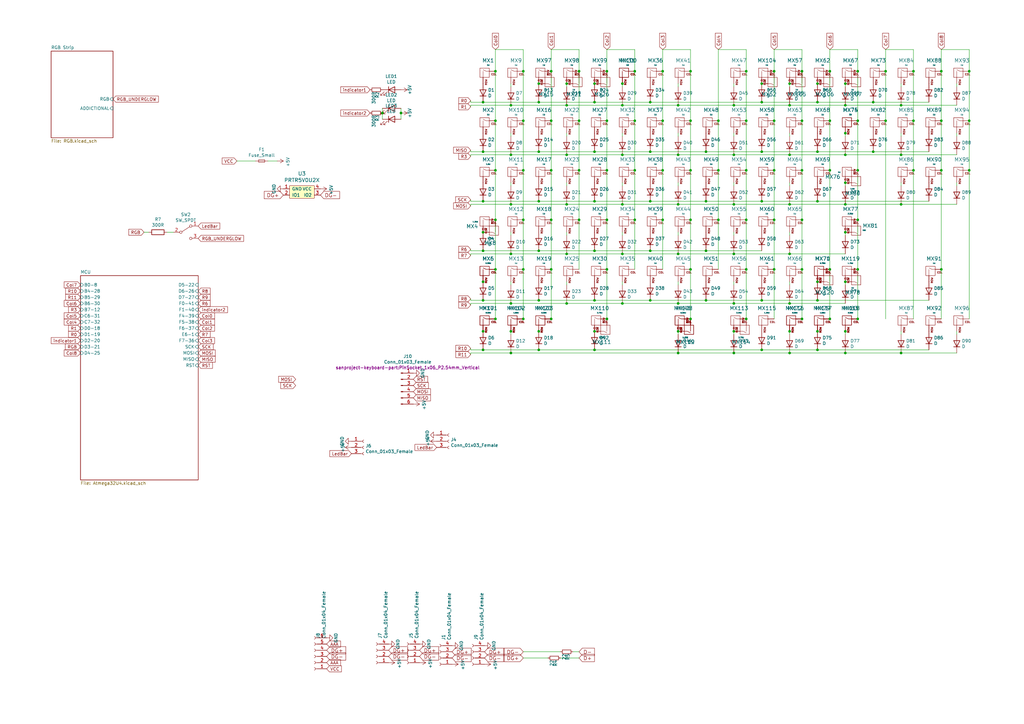
<source format=kicad_sch>
(kicad_sch (version 20211123) (generator eeschema)
  (paper "A3")
  (junction (at 374.65 49.53))
  (junction (at 209.55 135.89))
  (junction (at 248.92 29.21))
  (junction (at 214.63 130.81))
  (junction (at 255.27 63.5))
  (junction (at 346.71 43.18))
  (junction (at 164.465 46.355))
  (junction (at 226.06 49.53))
  (junction (at 323.85 83.82))
  (junction (at 260.35 69.85))
  (junction (at 209.55 124.46))
  (junction (at 317.5 29.21))
  (junction (at 278.13 104.14))
  (junction (at 260.35 49.53))
  (junction (at 283.21 69.85))
  (junction (at 306.07 130.81))
  (junction (at 335.28 82.55))
  (junction (at 346.71 115.57))
  (junction (at 271.78 49.53))
  (junction (at 346.71 63.5))
  (junction (at 374.65 29.21))
  (junction (at 351.79 110.49))
  (junction (at 209.55 144.78))
  (junction (at 266.7 82.55))
  (junction (at 209.55 83.82))
  (junction (at 300.99 43.18))
  (junction (at 335.28 62.23))
  (junction (at 198.12 115.57))
  (junction (at 351.79 130.81))
  (junction (at 232.41 43.18))
  (junction (at 203.2 110.49))
  (junction (at 156.845 46.355))
  (junction (at 340.36 49.53))
  (junction (at 335.28 135.89))
  (junction (at 328.93 90.17))
  (junction (at 283.21 49.53))
  (junction (at 346.71 74.93))
  (junction (at 369.57 83.82))
  (junction (at 243.84 123.19))
  (junction (at 203.2 130.81))
  (junction (at 386.08 69.85))
  (junction (at 209.55 63.5))
  (junction (at 323.85 104.14))
  (junction (at 266.7 41.91))
  (junction (at 226.06 29.21))
  (junction (at 335.28 34.29))
  (junction (at 294.64 49.53))
  (junction (at 220.98 34.29))
  (junction (at 198.12 82.55))
  (junction (at 323.85 43.18))
  (junction (at 323.85 124.46))
  (junction (at 220.98 82.55))
  (junction (at 294.64 90.17))
  (junction (at 363.22 29.21))
  (junction (at 312.42 62.23))
  (junction (at 220.98 135.89))
  (junction (at 317.5 110.49))
  (junction (at 283.21 110.49))
  (junction (at 198.12 41.91))
  (junction (at 312.42 143.51))
  (junction (at 278.13 83.82))
  (junction (at 232.41 63.5))
  (junction (at 214.63 110.49))
  (junction (at 209.55 104.14))
  (junction (at 260.35 29.21))
  (junction (at 255.27 104.14))
  (junction (at 335.28 123.19))
  (junction (at 346.71 144.78))
  (junction (at 248.92 90.17))
  (junction (at 351.79 29.21))
  (junction (at 266.7 62.23))
  (junction (at 226.06 90.17))
  (junction (at 198.12 135.89))
  (junction (at 209.55 43.18))
  (junction (at 346.71 135.89))
  (junction (at 255.27 34.29))
  (junction (at 237.49 49.53))
  (junction (at 266.7 123.19))
  (junction (at 386.08 110.49))
  (junction (at 340.36 69.85))
  (junction (at 312.42 41.91))
  (junction (at 300.99 83.82))
  (junction (at 300.99 135.89))
  (junction (at 278.13 63.5))
  (junction (at 397.51 49.53))
  (junction (at 300.99 104.14))
  (junction (at 271.78 69.85))
  (junction (at 323.85 144.78))
  (junction (at 386.08 49.53))
  (junction (at 255.27 43.18))
  (junction (at 358.14 41.91))
  (junction (at 220.98 62.23))
  (junction (at 328.93 49.53))
  (junction (at 243.84 102.87))
  (junction (at 198.12 95.25))
  (junction (at 328.93 110.49))
  (junction (at 220.98 123.19))
  (junction (at 278.13 124.46))
  (junction (at 243.84 62.23))
  (junction (at 226.06 110.49))
  (junction (at 328.93 29.21))
  (junction (at 237.49 69.85))
  (junction (at 203.2 69.85))
  (junction (at 232.41 124.46))
  (junction (at 278.13 43.18))
  (junction (at 335.28 41.91))
  (junction (at 358.14 62.23))
  (junction (at 317.5 90.17))
  (junction (at 198.12 102.87))
  (junction (at 374.65 69.85))
  (junction (at 237.49 29.21))
  (junction (at 232.41 104.14))
  (junction (at 260.35 90.17))
  (junction (at 198.12 62.23))
  (junction (at 214.63 29.21))
  (junction (at 306.07 110.49))
  (junction (at 346.71 95.25))
  (junction (at 220.98 102.87))
  (junction (at 346.71 54.61))
  (junction (at 294.64 69.85))
  (junction (at 214.63 49.53))
  (junction (at 323.85 135.89))
  (junction (at 340.36 130.81))
  (junction (at 306.07 90.17))
  (junction (at 369.57 144.78))
  (junction (at 283.21 130.81))
  (junction (at 306.07 69.85))
  (junction (at 369.57 43.18))
  (junction (at 351.79 90.17))
  (junction (at 306.07 29.21))
  (junction (at 340.36 110.49))
  (junction (at 300.99 124.46))
  (junction (at 289.56 62.23))
  (junction (at 340.36 29.21))
  (junction (at 335.28 115.57))
  (junction (at 203.2 49.53))
  (junction (at 243.84 34.29))
  (junction (at 255.27 83.82))
  (junction (at 198.12 143.51))
  (junction (at 289.56 102.87))
  (junction (at 220.98 143.51))
  (junction (at 198.12 123.19))
  (junction (at 232.41 34.29))
  (junction (at 289.56 82.55))
  (junction (at 306.07 49.53))
  (junction (at 335.28 143.51))
  (junction (at 243.84 82.55))
  (junction (at 278.13 135.89))
  (junction (at 248.92 130.81))
  (junction (at 283.21 90.17))
  (junction (at 214.63 69.85))
  (junction (at 312.42 82.55))
  (junction (at 243.84 135.89))
  (junction (at 278.13 144.78))
  (junction (at 248.92 49.53))
  (junction (at 266.7 102.87))
  (junction (at 328.93 69.85))
  (junction (at 232.41 83.82))
  (junction (at 237.49 90.17))
  (junction (at 317.5 69.85))
  (junction (at 203.2 29.21))
  (junction (at 323.85 34.29))
  (junction (at 243.84 143.51))
  (junction (at 271.78 90.17))
  (junction (at 386.08 29.21))
  (junction (at 255.27 124.46))
  (junction (at 317.5 49.53))
  (junction (at 214.63 90.17))
  (junction (at 271.78 29.21))
  (junction (at 323.85 63.5))
  (junction (at 300.99 63.5))
  (junction (at 248.92 69.85))
  (junction (at 283.21 29.21))
  (junction (at 203.2 90.17))
  (junction (at 226.06 130.81))
  (junction (at 346.71 34.29))
  (junction (at 369.57 63.5))
  (junction (at 351.79 69.85))
  (junction (at 248.92 110.49))
  (junction (at 220.98 41.91))
  (junction (at 312.42 123.19))
  (junction (at 328.93 130.81))
  (junction (at 397.51 69.85))
  (junction (at 363.22 49.53))
  (junction (at 346.71 83.82))
  (junction (at 312.42 34.29))
  (junction (at 351.79 49.53))
  (junction (at 243.84 41.91))
  (junction (at 300.99 144.78))
  (junction (at 397.51 29.21))
  (junction (at 289.56 123.19))
  (junction (at 226.06 69.85))
  (wire (pts (xy 243.84 41.91) (xy 266.7 41.91)))
  (wire (pts (xy 323.85 54.61) (xy 323.85 55.88)))
  (wire (pts (xy 317.5 49.53) (xy 317.5 69.85)))
  (wire (pts (xy 266.7 102.87) (xy 289.56 102.87)))
  (wire (pts (xy 248.92 90.17) (xy 248.92 110.49)))
  (wire (pts (xy 243.84 62.23) (xy 266.7 62.23)))
  (wire (pts (xy 255.27 54.61) (xy 255.27 55.88)))
  (wire (pts (xy 243.84 82.55) (xy 266.7 82.55)))
  (wire (pts (xy 278.13 144.78) (xy 209.55 144.78)))
  (wire (pts (xy 346.71 74.93) (xy 346.71 76.2)))
  (wire (pts (xy 283.21 90.17) (xy 283.21 110.49)))
  (wire (pts (xy 232.41 95.25) (xy 232.41 96.52)))
  (wire (pts (xy 203.2 29.21) (xy 203.2 49.53)))
  (wire (pts (xy 209.55 43.18) (xy 193.04 43.18)))
  (wire (pts (xy 193.04 41.275) (xy 193.04 41.91)))
  (wire (pts (xy 243.84 102.87) (xy 266.7 102.87)))
  (wire (pts (xy 283.21 20.32) (xy 283.21 29.21)))
  (wire (pts (xy 198.12 41.91) (xy 193.04 41.91)))
  (wire (pts (xy 209.55 124.46) (xy 232.41 124.46)))
  (wire (pts (xy 294.64 90.17) (xy 294.64 110.49)))
  (wire (pts (xy 340.36 29.21) (xy 340.36 49.53)))
  (wire (pts (xy 363.22 49.53) (xy 363.22 130.81)))
  (wire (pts (xy 164.465 48.895) (xy 164.465 46.355)))
  (wire (pts (xy 335.28 82.55) (xy 381 82.55)))
  (wire (pts (xy 369.57 43.18) (xy 392.43 43.18)))
  (wire (pts (xy 312.42 82.55) (xy 335.28 82.55)))
  (wire (pts (xy 209.55 43.18) (xy 232.41 43.18)))
  (wire (pts (xy 193.04 142.875) (xy 193.04 143.51)))
  (wire (pts (xy 351.79 90.17) (xy 351.79 110.49)))
  (wire (pts (xy 392.43 144.78) (xy 369.57 144.78)))
  (wire (pts (xy 363.22 20.32) (xy 374.65 20.32)))
  (wire (pts (xy 306.07 49.53) (xy 306.07 69.85)))
  (wire (pts (xy 237.49 69.85) (xy 237.49 90.17)))
  (wire (pts (xy 363.22 20.32) (xy 363.22 29.21)))
  (wire (pts (xy 203.2 110.49) (xy 203.2 130.81)))
  (wire (pts (xy 232.41 54.61) (xy 232.41 55.88)))
  (wire (pts (xy 397.51 29.21) (xy 397.51 49.53)))
  (wire (pts (xy 278.13 135.89) (xy 278.13 137.16)))
  (wire (pts (xy 369.57 135.89) (xy 369.57 137.16)))
  (wire (pts (xy 386.08 69.85) (xy 386.08 110.49)))
  (wire (pts (xy 203.2 69.85) (xy 203.2 90.17)))
  (wire (pts (xy 340.36 20.32) (xy 351.79 20.32)))
  (wire (pts (xy 328.93 49.53) (xy 328.93 69.85)))
  (wire (pts (xy 271.78 90.17) (xy 271.78 110.49)))
  (wire (pts (xy 300.99 144.78) (xy 278.13 144.78)))
  (wire (pts (xy 323.85 135.89) (xy 323.85 137.16)))
  (wire (pts (xy 306.07 69.85) (xy 306.07 90.17)))
  (wire (pts (xy 198.12 82.55) (xy 220.98 82.55)))
  (wire (pts (xy 232.41 115.57) (xy 232.41 116.84)))
  (wire (pts (xy 248.92 29.21) (xy 248.92 49.53)))
  (wire (pts (xy 306.07 110.49) (xy 306.07 130.81)))
  (wire (pts (xy 266.7 123.19) (xy 289.56 123.19)))
  (wire (pts (xy 198.12 143.51) (xy 220.98 143.51)))
  (wire (pts (xy 278.13 115.57) (xy 278.13 116.84)))
  (wire (pts (xy 346.71 83.82) (xy 323.85 83.82)))
  (wire (pts (xy 214.63 69.85) (xy 214.63 90.17)))
  (wire (pts (xy 369.57 34.29) (xy 369.57 35.56)))
  (wire (pts (xy 232.41 83.82) (xy 209.55 83.82)))
  (wire (pts (xy 397.51 49.53) (xy 397.51 69.85)))
  (wire (pts (xy 255.27 74.93) (xy 255.27 76.2)))
  (wire (pts (xy 346.71 95.25) (xy 346.71 96.52)))
  (wire (pts (xy 369.57 74.93) (xy 369.57 76.2)))
  (wire (pts (xy 283.21 110.49) (xy 283.21 130.81)))
  (wire (pts (xy 397.51 20.32) (xy 397.51 29.21)))
  (wire (pts (xy 164.465 46.355) (xy 164.465 44.45)))
  (wire (pts (xy 266.7 82.55) (xy 289.56 82.55)))
  (wire (pts (xy 374.65 69.85) (xy 374.65 130.81)))
  (wire (pts (xy 335.28 62.23) (xy 358.14 62.23)))
  (wire (pts (xy 209.55 135.89) (xy 209.55 137.16)))
  (wire (pts (xy 323.85 34.29) (xy 323.85 35.56)))
  (wire (pts (xy 193.04 61.595) (xy 193.04 62.23)))
  (wire (pts (xy 328.93 29.21) (xy 328.93 49.53)))
  (wire (pts (xy 312.42 143.51) (xy 335.28 143.51)))
  (wire (pts (xy 317.5 110.49) (xy 317.5 130.81)))
  (wire (pts (xy 209.55 54.61) (xy 209.55 55.88)))
  (wire (pts (xy 317.5 20.32) (xy 317.5 29.21)))
  (wire (pts (xy 300.99 54.61) (xy 300.99 55.88)))
  (wire (pts (xy 369.57 54.61) (xy 369.57 55.88)))
  (wire (pts (xy 209.55 95.25) (xy 209.55 96.52)))
  (wire (pts (xy 317.5 69.85) (xy 317.5 90.17)))
  (wire (pts (xy 198.12 62.23) (xy 193.04 62.23)))
  (wire (pts (xy 220.98 41.91) (xy 243.84 41.91)))
  (wire (pts (xy 271.78 20.32) (xy 283.21 20.32)))
  (wire (pts (xy 397.51 69.85) (xy 397.51 130.81)))
  (wire (pts (xy 306.07 29.21) (xy 306.07 49.53)))
  (wire (pts (xy 214.63 110.49) (xy 214.63 130.81)))
  (wire (pts (xy 346.71 55.88) (xy 346.71 54.61)))
  (wire (pts (xy 209.55 83.82) (xy 193.04 83.82)))
  (wire (pts (xy 323.85 115.57) (xy 323.85 116.84)))
  (wire (pts (xy 68.58 95.25) (xy 71.12 95.25)))
  (wire (pts (xy 203.2 90.17) (xy 203.2 110.49)))
  (wire (pts (xy 278.13 34.29) (xy 278.13 35.56)))
  (wire (pts (xy 312.42 41.91) (xy 335.28 41.91)))
  (wire (pts (xy 369.57 83.82) (xy 346.71 83.82)))
  (wire (pts (xy 271.78 69.85) (xy 271.78 90.17)))
  (wire (pts (xy 346.71 63.5) (xy 323.85 63.5)))
  (wire (pts (xy 255.27 34.29) (xy 255.27 35.56)))
  (wire (pts (xy 237.49 90.17) (xy 237.49 110.49)))
  (wire (pts (xy 335.28 123.19) (xy 381 123.19)))
  (wire (pts (xy 220.98 62.23) (xy 243.84 62.23)))
  (wire (pts (xy 328.93 20.32) (xy 328.93 29.21)))
  (wire (pts (xy 328.93 69.85) (xy 328.93 90.17)))
  (wire (pts (xy 248.92 110.49) (xy 248.92 130.81)))
  (wire (pts (xy 214.63 267.335) (xy 229.87 267.335)))
  (wire (pts (xy 234.95 267.335) (xy 237.49 267.335)))
  (wire (pts (xy 214.63 29.21) (xy 214.63 49.53)))
  (wire (pts (xy 278.13 54.61) (xy 278.13 55.88)))
  (wire (pts (xy 294.64 20.32) (xy 294.64 49.53)))
  (wire (pts (xy 363.22 29.21) (xy 363.22 49.53)))
  (wire (pts (xy 198.12 82.55) (xy 193.04 82.55)))
  (wire (pts (xy 323.85 104.14) (xy 300.99 104.14)))
  (wire (pts (xy 351.79 29.21) (xy 351.79 49.53)))
  (wire (pts (xy 289.56 123.19) (xy 312.42 123.19)))
  (wire (pts (xy 209.55 104.14) (xy 193.04 104.14)))
  (wire (pts (xy 300.99 63.5) (xy 278.13 63.5)))
  (wire (pts (xy 203.2 20.32) (xy 214.63 20.32)))
  (wire (pts (xy 340.36 49.53) (xy 340.36 69.85)))
  (wire (pts (xy 392.43 54.61) (xy 392.43 55.88)))
  (wire (pts (xy 232.41 63.5) (xy 209.55 63.5)))
  (wire (pts (xy 220.98 82.55) (xy 243.84 82.55)))
  (wire (pts (xy 271.78 29.21) (xy 271.78 20.32)))
  (wire (pts (xy 294.64 49.53) (xy 294.64 69.85)))
  (wire (pts (xy 346.71 144.78) (xy 323.85 144.78)))
  (wire (pts (xy 317.5 90.17) (xy 317.5 110.49)))
  (wire (pts (xy 386.08 20.32) (xy 397.51 20.32)))
  (wire (pts (xy 278.13 124.46) (xy 300.99 124.46)))
  (wire (pts (xy 248.92 49.53) (xy 248.92 69.85)))
  (wire (pts (xy 226.06 110.49) (xy 226.06 130.81)))
  (wire (pts (xy 209.55 74.93) (xy 209.55 76.2)))
  (wire (pts (xy 243.84 143.51) (xy 312.42 143.51)))
  (wire (pts (xy 374.65 49.53) (xy 374.65 69.85)))
  (wire (pts (xy 374.65 29.21) (xy 374.65 49.53)))
  (wire (pts (xy 209.55 34.29) (xy 209.55 35.56)))
  (wire (pts (xy 346.71 115.57) (xy 346.71 116.84)))
  (wire (pts (xy 229.87 269.875) (xy 237.49 269.875)))
  (wire (pts (xy 248.92 29.21) (xy 248.92 20.32)))
  (wire (pts (xy 283.21 29.21) (xy 283.21 49.53)))
  (wire (pts (xy 260.35 69.85) (xy 260.35 90.17)))
  (wire (pts (xy 346.71 34.29) (xy 346.71 35.56)))
  (wire (pts (xy 226.06 69.85) (xy 226.06 90.17)))
  (wire (pts (xy 369.57 63.5) (xy 346.71 63.5)))
  (wire (pts (xy 278.13 63.5) (xy 255.27 63.5)))
  (wire (pts (xy 109.855 66.04) (xy 113.665 66.04)))
  (wire (pts (xy 323.85 74.93) (xy 323.85 76.2)))
  (wire (pts (xy 323.85 83.82) (xy 300.99 83.82)))
  (wire (pts (xy 278.13 74.93) (xy 278.13 76.2)))
  (wire (pts (xy 346.71 104.14) (xy 323.85 104.14)))
  (wire (pts (xy 209.55 115.57) (xy 209.55 116.84)))
  (wire (pts (xy 358.14 62.23) (xy 381 62.23)))
  (wire (pts (xy 255.27 63.5) (xy 232.41 63.5)))
  (wire (pts (xy 294.64 20.32) (xy 306.07 20.32)))
  (wire (pts (xy 278.13 43.18) (xy 300.99 43.18)))
  (wire (pts (xy 220.98 143.51) (xy 243.84 143.51)))
  (wire (pts (xy 266.7 41.91) (xy 312.42 41.91)))
  (wire (pts (xy 203.2 49.53) (xy 203.2 69.85)))
  (wire (pts (xy 198.12 62.23) (xy 220.98 62.23)))
  (wire (pts (xy 232.41 43.18) (xy 255.27 43.18)))
  (wire (pts (xy 369.57 144.78) (xy 346.71 144.78)))
  (wire (pts (xy 300.99 83.82) (xy 278.13 83.82)))
  (wire (pts (xy 214.63 90.17) (xy 214.63 110.49)))
  (wire (pts (xy 392.43 135.89) (xy 392.43 137.16)))
  (wire (pts (xy 260.35 90.17) (xy 260.35 110.49)))
  (wire (pts (xy 220.98 123.19) (xy 243.84 123.19)))
  (wire (pts (xy 193.04 81.915) (xy 193.04 82.55)))
  (wire (pts (xy 392.43 63.5) (xy 369.57 63.5)))
  (wire (pts (xy 283.21 69.85) (xy 283.21 90.17)))
  (wire (pts (xy 226.06 20.32) (xy 237.49 20.32)))
  (wire (pts (xy 300.99 34.29) (xy 300.99 35.56)))
  (wire (pts (xy 278.13 104.14) (xy 255.27 104.14)))
  (wire (pts (xy 60.96 95.25) (xy 59.055 95.25)))
  (wire (pts (xy 156.845 46.355) (xy 156.845 48.895)))
  (wire (pts (xy 209.55 144.78) (xy 193.04 144.78)))
  (wire (pts (xy 300.99 115.57) (xy 300.99 116.84)))
  (wire (pts (xy 306.07 90.17) (xy 306.07 110.49)))
  (wire (pts (xy 237.49 49.53) (xy 237.49 69.85)))
  (wire (pts (xy 255.27 124.46) (xy 278.13 124.46)))
  (wire (pts (xy 260.35 49.53) (xy 260.35 69.85)))
  (wire (pts (xy 271.78 49.53) (xy 271.78 69.85)))
  (wire (pts (xy 226.06 29.21) (xy 226.06 49.53)))
  (wire (pts (xy 209.55 63.5) (xy 193.04 63.5)))
  (wire (pts (xy 289.56 102.87) (xy 312.42 102.87)))
  (wire (pts (xy 237.49 20.32) (xy 237.49 29.21)))
  (wire (pts (xy 306.07 20.32) (xy 306.07 29.21)))
  (wire (pts (xy 193.04 63.5) (xy 193.04 64.135)))
  (wire (pts (xy 237.49 29.21) (xy 237.49 49.53)))
  (wire (pts (xy 346.71 43.18) (xy 369.57 43.18)))
  (wire (pts (xy 289.56 62.23) (xy 312.42 62.23)))
  (wire (pts (xy 386.08 110.49) (xy 386.08 130.81)))
  (wire (pts (xy 214.63 269.875) (xy 224.79 269.875)))
  (wire (pts (xy 232.41 124.46) (xy 255.27 124.46)))
  (wire (pts (xy 312.42 62.23) (xy 335.28 62.23)))
  (wire (pts (xy 317.5 29.21) (xy 317.5 49.53)))
  (wire (pts (xy 193.04 144.78) (xy 193.04 145.415)))
  (wire (pts (xy 386.08 29.21) (xy 386.08 20.32)))
  (wire (pts (xy 351.79 20.32) (xy 351.79 29.21)))
  (wire (pts (xy 255.27 104.14) (xy 232.41 104.14)))
  (wire (pts (xy 243.84 123.19) (xy 266.7 123.19)))
  (wire (pts (xy 300.99 124.46) (xy 323.85 124.46)))
  (wire (pts (xy 300.99 95.25) (xy 300.99 96.52)))
  (wire (pts (xy 374.65 20.32) (xy 374.65 29.21)))
  (wire (pts (xy 351.79 49.53) (xy 351.79 69.85)))
  (wire (pts (xy 203.2 29.21) (xy 203.2 20.32)))
  (wire (pts (xy 193.04 104.14) (xy 193.04 104.775)))
  (wire (pts (xy 255.27 83.82) (xy 232.41 83.82)))
  (wire (pts (xy 156.845 46.355) (xy 156.845 44.45)))
  (wire (pts (xy 226.06 29.21) (xy 226.06 20.32)))
  (wire (pts (xy 255.27 43.18) (xy 278.13 43.18)))
  (wire (pts (xy 335.28 143.51) (xy 381 143.51)))
  (wire (pts (xy 323.85 124.46) (xy 346.71 124.46)))
  (wire (pts (xy 266.7 62.23) (xy 289.56 62.23)))
  (wire (pts (xy 232.41 104.14) (xy 209.55 104.14)))
  (wire (pts (xy 328.93 110.49) (xy 328.93 130.81)))
  (wire (pts (xy 300.99 104.14) (xy 278.13 104.14)))
  (wire (pts (xy 232.41 34.29) (xy 232.41 35.56)))
  (wire (pts (xy 317.5 20.32) (xy 328.93 20.32)))
  (wire (pts (xy 260.35 20.32) (xy 260.35 29.21)))
  (wire (pts (xy 193.04 83.82) (xy 193.04 84.455)))
  (wire (pts (xy 255.27 95.25) (xy 255.27 96.52)))
  (wire (pts (xy 392.43 34.29) (xy 392.43 35.56)))
  (wire (pts (xy 294.64 69.85) (xy 294.64 90.17)))
  (wire (pts (xy 193.04 124.46) (xy 193.04 125.095)))
  (wire (pts (xy 226.06 90.17) (xy 226.06 110.49)))
  (wire (pts (xy 312.42 123.19) (xy 335.28 123.19)))
  (wire (pts (xy 386.08 29.21) (xy 386.08 49.53)))
  (wire (pts (xy 335.28 41.91) (xy 358.14 41.91)))
  (wire (pts (xy 323.85 63.5) (xy 300.99 63.5)))
  (wire (pts (xy 193.04 122.555) (xy 193.04 123.19)))
  (wire (pts (xy 340.36 110.49) (xy 340.36 130.81)))
  (wire (pts (xy 220.98 102.87) (xy 243.84 102.87)))
  (wire (pts (xy 283.21 49.53) (xy 283.21 69.85)))
  (wire (pts (xy 193.04 102.235) (xy 193.04 102.87)))
  (wire (pts (xy 255.27 115.57) (xy 255.27 116.84)))
  (wire (pts (xy 97.155 66.04) (xy 104.775 66.04)))
  (wire (pts (xy 346.71 135.89) (xy 346.71 137.16)))
  (wire (pts (xy 193.04 43.18) (xy 193.04 43.815)))
  (wire (pts (xy 289.56 82.55) (xy 312.42 82.55)))
  (wire (pts (xy 209.55 124.46) (xy 193.04 124.46)))
  (wire (pts (xy 232.41 74.93) (xy 232.41 76.2)))
  (wire (pts (xy 198.12 41.91) (xy 220.98 41.91)))
  (wire (pts (xy 198.12 102.87) (xy 193.04 102.87)))
  (wire (pts (xy 323.85 144.78) (xy 300.99 144.78)))
  (wire (pts (xy 386.08 49.53) (xy 386.08 69.85)))
  (wire (pts (xy 214.63 20.32) (xy 214.63 29.21)))
  (wire (pts (xy 248.92 69.85) (xy 248.92 90.17)))
  (wire (pts (xy 392.43 74.93) (xy 392.43 76.2)))
  (wire (pts (xy 198.12 102.87) (xy 220.98 102.87)))
  (wire (pts (xy 323.85 95.25) (xy 323.85 96.52)))
  (wire (pts (xy 358.14 41.91) (xy 381 41.91)))
  (wire (pts (xy 214.63 49.53) (xy 214.63 69.85)))
  (wire (pts (xy 300.99 43.18) (xy 323.85 43.18)))
  (wire (pts (xy 351.79 69.85) (xy 351.79 90.17)))
  (wire (pts (xy 300.99 74.93) (xy 300.99 76.2)))
  (wire (pts (xy 340.36 69.85) (xy 340.36 110.49)))
  (wire (pts (xy 226.06 49.53) (xy 226.06 69.85)))
  (wire (pts (xy 198.12 123.19) (xy 220.98 123.19)))
  (wire (pts (xy 260.35 29.21) (xy 260.35 49.53)))
  (wire (pts (xy 328.93 90.17) (xy 328.93 110.49)))
  (wire (pts (xy 271.78 29.21) (xy 271.78 49.53)))
  (wire (pts (xy 198.12 143.51) (xy 193.04 143.51)))
  (wire (pts (xy 300.99 135.89) (xy 300.99 137.16)))
  (wire (pts (xy 198.12 123.19) (xy 193.04 123.19)))
  (wire (pts (xy 340.36 20.32) (xy 340.36 29.21)))
  (wire (pts (xy 278.13 95.25) (xy 278.13 96.52)))
  (wire (pts (xy 351.79 110.49) (xy 351.79 130.81)))
  (wire (pts (xy 323.85 43.18) (xy 346.71 43.18)))
  (wire (pts (xy 392.43 83.82) (xy 369.57 83.82)))
  (wire (pts (xy 278.13 83.82) (xy 255.27 83.82)))
  (wire (pts (xy 248.92 20.32) (xy 260.35 20.32)))
  (global_label "R9" (shape input) (at 81.28 121.92 0) (property "Intersheet References" "${INTERSHEET_REFS}" (effects hide)))
  (global_label "RGB_UNDERGLOW" (shape input) (at 46.355 40.64 0) (property "Intersheet References" "${INTERSHEET_REFS}" (effects hide)))
  (global_label "Col2" (shape input) (at 248.92 20.32 90) (property "Intersheet References" "${INTERSHEET_REFS}" (effects hide)))
  (global_label "Col0" (shape input) (at 203.2 20.32 90) (property "Intersheet References" "${INTERSHEET_REFS}" (effects hide)))
  (global_label "LedBar" (shape input) (at 144.145 186.055 180) (property "Intersheet References" "${INTERSHEET_REFS}" (effects hide)))
  (global_label "DG+" (shape input) (at 185.42 267.335 0) (effects (font (size 1.524 1.524))) (property "Intersheet References" "${INTERSHEET_REFS}" (effects hide)))
  (global_label "MISO" (shape input) (at 81.28 147.32 0) (property "Intersheet References" "${INTERSHEET_REFS}" (effects hide)))
  (global_label "LedBar" (shape input) (at 81.28 92.71 0) (property "Intersheet References" "${INTERSHEET_REFS}" (effects hide)))
  (global_label "Col3" (shape input) (at 271.78 20.32 90) (property "Intersheet References" "${INTERSHEET_REFS}" (effects hide)))
  (global_label "SCK" (shape input) (at 81.28 142.24 0) (property "Intersheet References" "${INTERSHEET_REFS}" (effects hide)))
  (global_label "SCK" (shape input) (at 169.545 158.115 0) (property "Intersheet References" "${INTERSHEET_REFS}" (effects hide)))
  (global_label "Col7" (shape input) (at 363.22 20.32 90) (property "Intersheet References" "${INTERSHEET_REFS}" (effects hide)))
  (global_label "DG+" (shape input) (at 159.385 266.7 0) (effects (font (size 1.524 1.524))) (property "Intersheet References" "${INTERSHEET_REFS}" (effects hide)))
  (global_label "D+" (shape input) (at 237.49 269.875 0) (effects (font (size 1.524 1.524))) (property "Intersheet References" "${INTERSHEET_REFS}" (effects hide)))
  (global_label "R10" (shape input) (at 193.04 142.875 180) (property "Intersheet References" "${INTERSHEET_REFS}" (effects hide)))
  (global_label "indicator1" (shape input) (at 33.02 139.7 180) (property "Intersheet References" "${INTERSHEET_REFS}" (effects hide)))
  (global_label "Col3" (shape input) (at 81.28 139.7 0) (property "Intersheet References" "${INTERSHEET_REFS}" (effects hide)))
  (global_label "DG+" (shape input) (at 172.085 266.7 0) (effects (font (size 1.524 1.524))) (property "Intersheet References" "${INTERSHEET_REFS}" (effects hide)))
  (global_label "MISO" (shape input) (at 169.545 163.195 0) (property "Intersheet References" "${INTERSHEET_REFS}" (effects hide)))
  (global_label "indicator2" (shape input) (at 81.28 127 0) (property "Intersheet References" "${INTERSHEET_REFS}" (effects hide)))
  (global_label "Col2" (shape input) (at 81.28 134.62 0) (property "Intersheet References" "${INTERSHEET_REFS}" (effects hide)))
  (global_label "AAA" (shape input) (at 133.985 264.16 0) (property "Intersheet References" "${INTERSHEET_REFS}" (effects hide)))
  (global_label "Col5" (shape input) (at 317.5 20.32 90) (property "Intersheet References" "${INTERSHEET_REFS}" (effects hide)))
  (global_label "LedBar" (shape input) (at 179.07 183.515 180) (property "Intersheet References" "${INTERSHEET_REFS}" (effects hide)))
  (global_label "DG-" (shape input) (at 185.42 269.875 0) (effects (font (size 1.524 1.524))) (property "Intersheet References" "${INTERSHEET_REFS}" (effects hide)))
  (global_label "R10" (shape input) (at 33.02 119.38 180) (property "Intersheet References" "${INTERSHEET_REFS}" (effects hide)))
  (global_label "D-" (shape input) (at 237.49 267.335 0) (effects (font (size 1.524 1.524))) (property "Intersheet References" "${INTERSHEET_REFS}" (effects hide)))
  (global_label "R1" (shape input) (at 193.04 43.815 180) (property "Intersheet References" "${INTERSHEET_REFS}" (effects hide)))
  (global_label "MOSI" (shape input) (at 169.545 160.655 0) (property "Intersheet References" "${INTERSHEET_REFS}" (effects hide)))
  (global_label "R6" (shape input) (at 81.28 124.46 0) (property "Intersheet References" "${INTERSHEET_REFS}" (effects hide)))
  (global_label "AAA" (shape input) (at 133.985 271.78 0) (property "Intersheet References" "${INTERSHEET_REFS}" (effects hide)))
  (global_label "R8" (shape input) (at 193.04 122.555 180) (property "Intersheet References" "${INTERSHEET_REFS}" (effects hide)))
  (global_label "RGB" (shape input) (at 33.02 142.24 180) (property "Intersheet References" "${INTERSHEET_REFS}" (effects hide)))
  (global_label "RST" (shape input) (at 169.545 155.575 0) (property "Intersheet References" "${INTERSHEET_REFS}" (effects hide)))
  (global_label "MISO" (shape input) (at 193.04 61.595 180) (property "Intersheet References" "${INTERSHEET_REFS}" (effects hide)))
  (global_label "DG-" (shape input) (at 159.385 269.24 0) (effects (font (size 1.524 1.524))) (property "Intersheet References" "${INTERSHEET_REFS}" (effects hide)))
  (global_label "R6" (shape input) (at 193.04 102.235 180) (property "Intersheet References" "${INTERSHEET_REFS}" (effects hide)))
  (global_label "MOSI" (shape input) (at 121.285 155.575 180) (property "Intersheet References" "${INTERSHEET_REFS}" (effects hide)))
  (global_label "DG-" (shape input) (at 133.985 269.24 0) (effects (font (size 1.524 1.524))) (property "Intersheet References" "${INTERSHEET_REFS}" (effects hide)))
  (global_label "R11" (shape input) (at 193.04 145.415 180) (property "Intersheet References" "${INTERSHEET_REFS}" (effects hide)))
  (global_label "indicator1" (shape input) (at 151.765 36.83 180) (property "Intersheet References" "${INTERSHEET_REFS}" (effects hide)))
  (global_label "Col1" (shape input) (at 226.06 20.32 90) (property "Intersheet References" "${INTERSHEET_REFS}" (effects hide)))
  (global_label "Col4" (shape input) (at 294.64 20.32 90) (property "Intersheet References" "${INTERSHEET_REFS}" (effects hide)))
  (global_label "R9" (shape input) (at 193.04 125.095 180) (property "Intersheet References" "${INTERSHEET_REFS}" (effects hide)))
  (global_label "Col7" (shape input) (at 33.02 116.84 180) (property "Intersheet References" "${INTERSHEET_REFS}" (effects hide)))
  (global_label "MOSI" (shape input) (at 81.28 144.78 0) (property "Intersheet References" "${INTERSHEET_REFS}" (effects hide)))
  (global_label "SCK" (shape input) (at 193.04 81.915 180) (property "Intersheet References" "${INTERSHEET_REFS}" (effects hide)))
  (global_label "MOSI" (shape input) (at 193.04 84.455 180) (property "Intersheet References" "${INTERSHEET_REFS}" (effects hide)))
  (global_label "Col8" (shape input) (at 386.08 20.32 90) (property "Intersheet References" "${INTERSHEET_REFS}" (effects hide)))
  (global_label "DG-" (shape input) (at 131.445 80.01 0) (effects (font (size 1.524 1.524))) (property "Intersheet References" "${INTERSHEET_REFS}" (effects hide)))
  (global_label "Col6" (shape input) (at 33.02 124.46 180) (property "Intersheet References" "${INTERSHEET_REFS}" (effects hide)))
  (global_label "indicator2" (shape input) (at 151.765 46.355 180) (property "Intersheet References" "${INTERSHEET_REFS}" (effects hide)))
  (global_label "DG+" (shape input) (at 133.985 266.7 0) (effects (font (size 1.524 1.524))) (property "Intersheet References" "${INTERSHEET_REFS}" (effects hide)))
  (global_label "RGB" (shape input) (at 59.055 95.25 180) (property "Intersheet References" "${INTERSHEET_REFS}" (effects hide)))
  (global_label "R0" (shape input) (at 33.02 137.16 180) (property "Intersheet References" "${INTERSHEET_REFS}" (effects hide)))
  (global_label "R8" (shape input) (at 81.28 119.38 0) (property "Intersheet References" "${INTERSHEET_REFS}" (effects hide)))
  (global_label "R0" (shape input) (at 193.04 41.275 180) (property "Intersheet References" "${INTERSHEET_REFS}" (effects hide)))
  (global_label "SCK" (shape input) (at 121.285 158.115 180) (property "Intersheet References" "${INTERSHEET_REFS}" (effects hide)))
  (global_label "DG-" (shape input) (at 172.085 269.24 0) (effects (font (size 1.524 1.524))) (property "Intersheet References" "${INTERSHEET_REFS}" (effects hide)))
  (global_label "DG-" (shape input) (at 198.755 269.875 0) (effects (font (size 1.524 1.524))) (property "Intersheet References" "${INTERSHEET_REFS}" (effects hide)))
  (global_label "Col5" (shape input) (at 33.02 129.54 180) (property "Intersheet References" "${INTERSHEET_REFS}" (effects hide)))
  (global_label "VCC" (shape input) (at 97.155 66.04 180) (property "Intersheet References" "${INTERSHEET_REFS}" (effects hide)))
  (global_label "R11" (shape input) (at 33.02 121.92 180) (property "Intersheet References" "${INTERSHEET_REFS}" (effects hide)))
  (global_label "R1" (shape input) (at 33.02 134.62 180) (property "Intersheet References" "${INTERSHEET_REFS}" (effects hide)))
  (global_label "RGB_UNDERGLOW" (shape input) (at 81.28 97.79 0) (property "Intersheet References" "${INTERSHEET_REFS}" (effects hide)))
  (global_label "DG+" (shape input) (at 116.205 80.01 180) (effects (font (size 1.524 1.524))) (property "Intersheet References" "${INTERSHEET_REFS}" (effects hide)))
  (global_label "R7" (shape input) (at 81.28 137.16 0) (property "Intersheet References" "${INTERSHEET_REFS}" (effects hide)))
  (global_label "Col8" (shape input) (at 33.02 144.78 180) (property "Intersheet References" "${INTERSHEET_REFS}" (effects hide)))
  (global_label "Col0" (shape input) (at 81.28 129.54 0) (property "Intersheet References" "${INTERSHEET_REFS}" (effects hide)))
  (global_label "RST" (shape input) (at 81.28 149.86 0) (property "Intersheet References" "${INTERSHEET_REFS}" (effects hide)))
  (global_label "DG+" (shape input) (at 198.755 267.335 0) (effects (font (size 1.524 1.524))) (property "Intersheet References" "${INTERSHEET_REFS}" (effects hide)))
  (global_label "DG-" (shape input) (at 214.63 267.335 180) (effects (font (size 1.524 1.524))) (property "Intersheet References" "${INTERSHEET_REFS}" (effects hide)))
  (global_label "DG+" (shape input) (at 214.63 269.875 180) (effects (font (size 1.524 1.524))) (property "Intersheet References" "${INTERSHEET_REFS}" (effects hide)))
  (global_label "R3" (shape input) (at 193.04 64.135 180) (property "Intersheet References" "${INTERSHEET_REFS}" (effects hide)))
  (global_label "VCC" (shape input) (at 133.985 274.32 0) (property "Intersheet References" "${INTERSHEET_REFS}" (effects hide)))
  (global_label "R3" (shape input) (at 33.02 127 180) (property "Intersheet References" "${INTERSHEET_REFS}" (effects hide)))
  (global_label "Col4" (shape input) (at 33.02 132.08 180) (property "Intersheet References" "${INTERSHEET_REFS}" (effects hide)))
  (global_label "Col6" (shape input) (at 340.36 20.32 90) (property "Intersheet References" "${INTERSHEET_REFS}" (effects hide)))
  (global_label "Col1" (shape input) (at 81.28 132.08 0) (property "Intersheet References" "${INTERSHEET_REFS}" (effects hide)))
  (global_label "R7" (shape input) (at 193.04 104.775 180) (property "Intersheet References" "${INTERSHEET_REFS}" (effects hide)))
  (symbol (lib_id "Device:R_Small") (at 227.33 269.875 270) (unit 1)
    (property "Reference" "R4" (at 227.838 270.637 0) (effects (justify left)))
    (property "Value" "22" (at 226.314 270.637 0) (effects (justify left)))
    (property "Footprint" "sanproject-keyboard-part:R_0603" (effects hide))
  )
  (symbol (lib_id "Connector:Conn_01x04_Female") (at 180.34 269.875 180) (unit 1)
    (property "Reference" "J1" (at 181.9148 262.5598 90) (effects (justify right)))
    (property "Value" "Conn_01x04_Female" (at 184.2262 262.5598 90) (effects (justify right)))
    (property "Footprint" "sanproject-keyboard-part:JST-SR-4" (effects hide))
  )
  (symbol (lib_id "power:+5V") (at 185.42 272.415 270) (unit 1)
    (property "Reference" "#PWR05" (effects hide))
    (property "Value" "+5V" (at 189.8142 272.796 0))
  )
  (symbol (lib_id "power:GND") (at 185.42 264.795 90) (unit 1)
    (property "Reference" "#PWR07" (effects hide))
    (property "Value" "GND" (at 189.23 264.795 0))
  )
  (symbol (lib_id "random-keyboard-parts:MX-NoLED-MX_Alps_Hybrid") (at 199.39 30.48 0) (unit 1)
    (property "Reference" "MX1" (at 200.2282 24.8158 0) (effects (font (size 1.524 1.524))))
    (property "Value" "1U" (at 200.2282 26.6954 0) (effects (font (size 0.508 0.508))))
    (property "Footprint" "MX_Solder_SawnsProjects:MXOnly-1U-NoLED" (effects hide))
  )
  (symbol (lib_id "random-keyboard-parts:MX-NoLED-MX_Alps_Hybrid") (at 210.82 30.48 0) (unit 1)
    (property "Reference" "MX9" (at 211.6582 24.8158 0) (effects (font (size 1.524 1.524))))
    (property "Value" "1U" (at 211.6582 26.6954 0) (effects (font (size 0.508 0.508))))
    (property "Footprint" "MX_Solder_SawnsProjects:MXOnly-1U-NoLED" (effects hide))
  )
  (symbol (lib_id "random-keyboard-parts:MX-NoLED-MX_Alps_Hybrid") (at 224.79 33.02 180) (unit 1)
    (property "Reference" "MX15" (at 223.9518 38.6842 0) (effects (font (size 1.524 1.524))))
    (property "Value" "1U" (at 223.9518 36.8046 0) (effects (font (size 0.508 0.508))))
    (property "Footprint" "MX_Solder_SawnsProjects:MXOnly-1U-NoLED" (effects hide))
  )
  (symbol (lib_id "random-keyboard-parts:MX-NoLED-MX_Alps_Hybrid") (at 236.22 33.02 180) (unit 1)
    (property "Reference" "MX21" (at 235.3818 38.6842 0) (effects (font (size 1.524 1.524))))
    (property "Value" "1U" (at 235.3818 36.8046 0) (effects (font (size 0.508 0.508))))
    (property "Footprint" "MX_Solder_SawnsProjects:MXOnly-1U-NoLED" (effects hide))
  )
  (symbol (lib_id "random-keyboard-parts:MX-NoLED-MX_Alps_Hybrid") (at 247.65 33.02 180) (unit 1)
    (property "Reference" "MX26" (at 246.8118 38.6842 0) (effects (font (size 1.524 1.524))))
    (property "Value" "1U" (at 246.8118 36.8046 0) (effects (font (size 0.508 0.508))))
    (property "Footprint" "MX_Solder_SawnsProjects:MXOnly-1U-NoLED" (effects hide))
  )
  (symbol (lib_id "random-keyboard-parts:MX-NoLED-MX_Alps_Hybrid") (at 256.54 30.48 0) (unit 1)
    (property "Reference" "MX31" (at 257.3782 24.8158 0) (effects (font (size 1.524 1.524))))
    (property "Value" "1U" (at 257.3782 26.6954 0) (effects (font (size 0.508 0.508))))
    (property "Footprint" "MX_Solder_SawnsProjects:MXOnly-1U-NoLED" (effects hide))
  )
  (symbol (lib_id "random-keyboard-parts:MX-NoLED-MX_Alps_Hybrid") (at 267.97 30.48 0) (unit 1)
    (property "Reference" "MX36" (at 268.8082 24.8158 0) (effects (font (size 1.524 1.524))))
    (property "Value" "1U" (at 268.8082 26.6954 0) (effects (font (size 0.508 0.508))))
    (property "Footprint" "MX_Solder_SawnsProjects:MXOnly-1U-NoLED" (effects hide))
  )
  (symbol (lib_id "random-keyboard-parts:MX-NoLED-MX_Alps_Hybrid") (at 279.4 30.48 0) (unit 1)
    (property "Reference" "MX41" (at 280.2382 24.8158 0) (effects (font (size 1.524 1.524))))
    (property "Value" "1U" (at 280.2382 26.6954 0) (effects (font (size 0.508 0.508))))
    (property "Footprint" "MX_Solder_SawnsProjects:MXOnly-1U-NoLED" (effects hide))
  )
  (symbol (lib_id "random-keyboard-parts:MX-NoLED-MX_Alps_Hybrid") (at 302.26 30.48 0) (unit 1)
    (property "Reference" "MX47" (at 303.0982 24.8158 0) (effects (font (size 1.524 1.524))))
    (property "Value" "1U" (at 303.0982 26.6954 0) (effects (font (size 0.508 0.508))))
    (property "Footprint" "MX_Solder_SawnsProjects:MXOnly-1U-NoLED" (effects hide))
  )
  (symbol (lib_id "random-keyboard-parts:MX-NoLED-MX_Alps_Hybrid") (at 316.23 33.02 180) (unit 1)
    (property "Reference" "MX52" (at 315.3918 38.6842 0) (effects (font (size 1.524 1.524))))
    (property "Value" "1U" (at 315.3918 36.8046 0) (effects (font (size 0.508 0.508))))
    (property "Footprint" "MX_Solder_SawnsProjects:MXOnly-1U-NoLED" (effects hide))
  )
  (symbol (lib_id "random-keyboard-parts:MX-NoLED-MX_Alps_Hybrid") (at 325.12 30.48 0) (unit 1)
    (property "Reference" "MX57" (at 325.9582 24.8158 0) (effects (font (size 1.524 1.524))))
    (property "Value" "1U" (at 325.9582 26.6954 0) (effects (font (size 0.508 0.508))))
    (property "Footprint" "MX_Solder_SawnsProjects:MXOnly-1U-NoLED" (effects hide))
  )
  (symbol (lib_id "random-keyboard-parts:MX-NoLED-MX_Alps_Hybrid") (at 336.55 30.48 0) (unit 1)
    (property "Reference" "MX62" (at 337.3882 24.8158 0) (effects (font (size 1.524 1.524))))
    (property "Value" "1U" (at 337.3882 26.6954 0) (effects (font (size 0.508 0.508))))
    (property "Footprint" "MX_Solder_SawnsProjects:MXOnly-1U-NoLED" (effects hide))
  )
  (symbol (lib_id "random-keyboard-parts:MX-NoLED-MX_Alps_Hybrid") (at 347.98 30.48 0) (unit 1)
    (property "Reference" "MX67" (at 348.8182 24.8158 0) (effects (font (size 1.524 1.524))))
    (property "Value" "1U" (at 348.8182 26.6954 0) (effects (font (size 0.508 0.508))))
    (property "Footprint" "MX_Solder_SawnsProjects:MXOnly-1U-NoLED" (effects hide))
  )
  (symbol (lib_id "random-keyboard-parts:MX-NoLED-MX_Alps_Hybrid") (at 359.41 30.48 0) (unit 1)
    (property "Reference" "MX73" (at 360.2482 24.8158 0) (effects (font (size 1.524 1.524))))
    (property "Value" "1U" (at 360.2482 26.6954 0) (effects (font (size 0.508 0.508))))
    (property "Footprint" "MX_Solder_SawnsProjects:MXOnly-1U-NoLED" (effects hide))
  )
  (symbol (lib_id "random-keyboard-parts:MX-NoLED-MX_Alps_Hybrid") (at 370.84 30.48 0) (unit 1)
    (property "Reference" "MX84" (at 371.6782 24.8158 0) (effects (font (size 1.524 1.524))))
    (property "Value" "1U" (at 371.6782 26.6954 0) (effects (font (size 0.508 0.508))))
    (property "Footprint" "MX_Solder_SawnsProjects:MXOnly-1U-NoLED" (effects hide))
  )
  (symbol (lib_id "random-keyboard-parts:MX-NoLED-MX_Alps_Hybrid") (at 382.27 30.48 0) (unit 1)
    (property "Reference" "MX88" (at 383.1082 24.8158 0) (effects (font (size 1.524 1.524))))
    (property "Value" "1U" (at 383.1082 26.6954 0) (effects (font (size 0.508 0.508))))
    (property "Footprint" "MX_Solder_SawnsProjects:MXOnly-1U-NoLED" (effects hide))
  )
  (symbol (lib_id "random-keyboard-parts:MX-NoLED-MX_Alps_Hybrid") (at 393.7 30.48 0) (unit 1)
    (property "Reference" "MX93" (at 394.5382 24.8158 0) (effects (font (size 1.524 1.524))))
    (property "Value" "1U" (at 394.5382 26.6954 0) (effects (font (size 0.508 0.508))))
    (property "Footprint" "MX_Solder_SawnsProjects:MXOnly-1U-NoLED" (effects hide))
  )
  (symbol (lib_id "random-keyboard-parts:MX-NoLED-MX_Alps_Hybrid") (at 199.39 50.8 0) (unit 1)
    (property "Reference" "MX2" (at 200.2282 45.1358 0) (effects (font (size 1.524 1.524))))
    (property "Value" "1U" (at 200.2282 47.0154 0) (effects (font (size 0.508 0.508))))
    (property "Footprint" "MX_Solder_SawnsProjects:MXOnly-1U-NoLED" (effects hide))
  )
  (symbol (lib_id "random-keyboard-parts:MX-NoLED-MX_Alps_Hybrid") (at 210.82 50.8 0) (unit 1)
    (property "Reference" "MX10" (at 211.6582 45.1358 0) (effects (font (size 1.524 1.524))))
    (property "Value" "1U" (at 211.6582 47.0154 0) (effects (font (size 0.508 0.508))))
    (property "Footprint" "MX_Solder_SawnsProjects:MXOnly-1U-NoLED" (effects hide))
  )
  (symbol (lib_id "random-keyboard-parts:MX-NoLED-MX_Alps_Hybrid") (at 222.25 50.8 0) (unit 1)
    (property "Reference" "MX16" (at 223.0882 45.1358 0) (effects (font (size 1.524 1.524))))
    (property "Value" "1U" (at 223.0882 47.0154 0) (effects (font (size 0.508 0.508))))
    (property "Footprint" "MX_Solder_SawnsProjects:MXOnly-1U-NoLED" (effects hide))
  )
  (symbol (lib_id "random-keyboard-parts:MX-NoLED-MX_Alps_Hybrid") (at 233.68 50.8 0) (unit 1)
    (property "Reference" "MX22" (at 234.5182 45.1358 0) (effects (font (size 1.524 1.524))))
    (property "Value" "1U" (at 234.5182 47.0154 0) (effects (font (size 0.508 0.508))))
    (property "Footprint" "MX_Solder_SawnsProjects:MXOnly-1U-NoLED" (effects hide))
  )
  (symbol (lib_id "random-keyboard-parts:MX-NoLED-MX_Alps_Hybrid") (at 245.11 50.8 0) (unit 1)
    (property "Reference" "MX27" (at 245.9482 45.1358 0) (effects (font (size 1.524 1.524))))
    (property "Value" "1U" (at 245.9482 47.0154 0) (effects (font (size 0.508 0.508))))
    (property "Footprint" "MX_Solder_SawnsProjects:MXOnly-1U-NoLED" (effects hide))
  )
  (symbol (lib_id "random-keyboard-parts:MX-NoLED-MX_Alps_Hybrid") (at 256.54 50.8 0) (unit 1)
    (property "Reference" "MX32" (at 257.3782 45.1358 0) (effects (font (size 1.524 1.524))))
    (property "Value" "1U" (at 257.3782 47.0154 0) (effects (font (size 0.508 0.508))))
    (property "Footprint" "MX_Solder_SawnsProjects:MXOnly-1U-NoLED" (effects hide))
  )
  (symbol (lib_id "random-keyboard-parts:MX-NoLED-MX_Alps_Hybrid") (at 267.97 50.8 0) (unit 1)
    (property "Reference" "MX37" (at 268.8082 45.1358 0) (effects (font (size 1.524 1.524))))
    (property "Value" "1U" (at 268.8082 47.0154 0) (effects (font (size 0.508 0.508))))
    (property "Footprint" "MX_Solder_SawnsProjects:MXOnly-1U-NoLED" (effects hide))
  )
  (symbol (lib_id "random-keyboard-parts:MX-NoLED-MX_Alps_Hybrid") (at 279.4 50.8 0) (unit 1)
    (property "Reference" "MX42" (at 280.2382 45.1358 0) (effects (font (size 1.524 1.524))))
    (property "Value" "1U" (at 280.2382 47.0154 0) (effects (font (size 0.508 0.508))))
    (property "Footprint" "MX_Solder_SawnsProjects:MXOnly-1U-NoLED" (effects hide))
  )
  (symbol (lib_id "random-keyboard-parts:MX-NoLED-MX_Alps_Hybrid") (at 290.83 50.8 0) (unit 1)
    (property "Reference" "MX48" (at 291.6682 45.1358 0) (effects (font (size 1.524 1.524))))
    (property "Value" "1U" (at 291.6682 47.0154 0) (effects (font (size 0.508 0.508))))
    (property "Footprint" "MX_Solder_SawnsProjects:MXOnly-1U-NoLED" (effects hide))
  )
  (symbol (lib_id "random-keyboard-parts:MX-NoLED-MX_Alps_Hybrid") (at 302.26 50.8 0) (unit 1)
    (property "Reference" "MX53" (at 303.0982 45.1358 0) (effects (font (size 1.524 1.524))))
    (property "Value" "1U" (at 303.0982 47.0154 0) (effects (font (size 0.508 0.508))))
    (property "Footprint" "MX_Solder_SawnsProjects:MXOnly-1U-NoLED" (effects hide))
  )
  (symbol (lib_id "random-keyboard-parts:MX-NoLED-MX_Alps_Hybrid") (at 313.69 50.8 0) (unit 1)
    (property "Reference" "MX58" (at 314.5282 45.1358 0) (effects (font (size 1.524 1.524))))
    (property "Value" "1U" (at 314.5282 47.0154 0) (effects (font (size 0.508 0.508))))
    (property "Footprint" "MX_Solder_SawnsProjects:MXOnly-1U-NoLED" (effects hide))
  )
  (symbol (lib_id "random-keyboard-parts:MX-NoLED-MX_Alps_Hybrid") (at 325.12 50.8 0) (unit 1)
    (property "Reference" "MX63" (at 325.9582 45.1358 0) (effects (font (size 1.524 1.524))))
    (property "Value" "1U" (at 325.9582 47.0154 0) (effects (font (size 0.508 0.508))))
    (property "Footprint" "MX_Solder_SawnsProjects:MXOnly-1U-NoLED" (effects hide))
  )
  (symbol (lib_id "random-keyboard-parts:MX-NoLED-MX_Alps_Hybrid") (at 336.55 50.8 0) (unit 1)
    (property "Reference" "MX68" (at 337.3882 45.1358 0) (effects (font (size 1.524 1.524))))
    (property "Value" "1U" (at 337.3882 47.0154 0) (effects (font (size 0.508 0.508))))
    (property "Footprint" "MX_Solder_SawnsProjects:MXOnly-1U-NoLED" (effects hide))
  )
  (symbol (lib_id "random-keyboard-parts:MX-NoLED-MX_Alps_Hybrid") (at 347.98 50.8 0) (unit 1)
    (property "Reference" "MX74" (at 348.8182 45.1358 0) (effects (font (size 1.524 1.524))))
    (property "Value" "1U" (at 348.8182 47.0154 0) (effects (font (size 0.508 0.508))))
    (property "Footprint" "MX_Solder_SawnsProjects:MXOnly-1U-NoLED" (effects hide))
  )
  (symbol (lib_id "random-keyboard-parts:MX-NoLED-MX_Alps_Hybrid") (at 359.41 50.8 0) (unit 1)
    (property "Reference" "MX82" (at 360.2482 45.1358 0) (effects (font (size 1.524 1.524))))
    (property "Value" "1U" (at 360.2482 47.0154 0) (effects (font (size 0.508 0.508))))
    (property "Footprint" "MX_Solder_SawnsProjects:MXOnly-1U-NoLED" (effects hide))
  )
  (symbol (lib_id "random-keyboard-parts:MX-NoLED-MX_Alps_Hybrid") (at 370.84 50.8 0) (unit 1)
    (property "Reference" "MX85" (at 371.6782 45.1358 0) (effects (font (size 1.524 1.524))))
    (property "Value" "1U" (at 371.6782 47.0154 0) (effects (font (size 0.508 0.508))))
    (property "Footprint" "MX_Solder_SawnsProjects:MXOnly-1U-NoLED" (effects hide))
  )
  (symbol (lib_id "random-keyboard-parts:MX-NoLED-MX_Alps_Hybrid") (at 382.27 50.8 0) (unit 1)
    (property "Reference" "MX89" (at 383.1082 45.1358 0) (effects (font (size 1.524 1.524))))
    (property "Value" "1U" (at 383.1082 47.0154 0) (effects (font (size 0.508 0.508))))
    (property "Footprint" "MX_Solder_SawnsProjects:MXOnly-1U-NoLED" (effects hide))
  )
  (symbol (lib_id "random-keyboard-parts:MX-NoLED-MX_Alps_Hybrid") (at 393.7 50.8 0) (unit 1)
    (property "Reference" "MX94" (at 394.5382 45.1358 0) (effects (font (size 1.524 1.524))))
    (property "Value" "1U" (at 394.5382 47.0154 0) (effects (font (size 0.508 0.508))))
    (property "Footprint" "MX_Solder_SawnsProjects:MXOnly-1U-NoLED" (effects hide))
  )
  (symbol (lib_id "Device:D") (at 198.12 38.1 90) (unit 1)
    (property "Reference" "D1" (at 200.152 36.9316 90) (effects (justify right)))
    (property "Value" "D" (at 200.152 39.243 90) (effects (justify right)))
    (property "Footprint" "sanproject-keyboard-part:DIODE_1206_SawnsProjects" (effects hide))
  )
  (symbol (lib_id "Device:D") (at 209.55 39.37 90) (unit 1)
    (property "Reference" "D7" (at 211.582 38.2016 90) (effects (justify right)))
    (property "Value" "D" (at 211.582 40.513 90) (effects (justify right)))
    (property "Footprint" "sanproject-keyboard-part:DIODE_1206_SawnsProjects" (effects hide))
  )
  (symbol (lib_id "Device:D") (at 220.98 38.1 90) (unit 1)
    (property "Reference" "D13" (at 223.012 36.9316 90) (effects (justify right)))
    (property "Value" "D" (at 223.012 39.243 90) (effects (justify right)))
    (property "Footprint" "sanproject-keyboard-part:DIODE_1206_SawnsProjects" (effects hide))
  )
  (symbol (lib_id "Device:D") (at 232.41 39.37 90) (unit 1)
    (property "Reference" "D19" (at 234.442 38.2016 90) (effects (justify right)))
    (property "Value" "D" (at 234.442 40.513 90) (effects (justify right)))
    (property "Footprint" "sanproject-keyboard-part:DIODE_1206_SawnsProjects" (effects hide))
  )
  (symbol (lib_id "Device:D") (at 243.84 38.1 90) (unit 1)
    (property "Reference" "D24" (at 245.872 36.9316 90) (effects (justify right)))
    (property "Value" "D" (at 245.872 39.243 90) (effects (justify right)))
    (property "Footprint" "sanproject-keyboard-part:DIODE_1206_SawnsProjects" (effects hide))
  )
  (symbol (lib_id "Device:D") (at 255.27 39.37 90) (unit 1)
    (property "Reference" "D29" (at 257.302 38.2016 90) (effects (justify right)))
    (property "Value" "D" (at 257.302 40.513 90) (effects (justify right)))
    (property "Footprint" "sanproject-keyboard-part:DIODE_1206_SawnsProjects" (effects hide))
  )
  (symbol (lib_id "Device:D") (at 266.7 38.1 90) (unit 1)
    (property "Reference" "D34" (at 268.732 36.9316 90) (effects (justify right)))
    (property "Value" "D" (at 268.732 39.243 90) (effects (justify right)))
    (property "Footprint" "sanproject-keyboard-part:DIODE_1206_SawnsProjects" (effects hide))
  )
  (symbol (lib_id "Device:D") (at 278.13 39.37 90) (unit 1)
    (property "Reference" "D39" (at 280.162 38.2016 90) (effects (justify right)))
    (property "Value" "D" (at 280.162 40.513 90) (effects (justify right)))
    (property "Footprint" "sanproject-keyboard-part:DIODE_1206_SawnsProjects" (effects hide))
  )
  (symbol (lib_id "Device:D") (at 300.99 39.37 90) (unit 1)
    (property "Reference" "D45" (at 303.022 38.2016 90) (effects (justify right)))
    (property "Value" "D" (at 303.022 40.513 90) (effects (justify right)))
    (property "Footprint" "sanproject-keyboard-part:DIODE_1206_SawnsProjects" (effects hide))
  )
  (symbol (lib_id "Device:D") (at 312.42 38.1 90) (unit 1)
    (property "Reference" "D50" (at 314.452 36.9316 90) (effects (justify right)))
    (property "Value" "D" (at 314.452 39.243 90) (effects (justify right)))
    (property "Footprint" "sanproject-keyboard-part:DIODE_1206_SawnsProjects" (effects hide))
  )
  (symbol (lib_id "Device:D") (at 323.85 39.37 90) (unit 1)
    (property "Reference" "D55" (at 325.882 38.2016 90) (effects (justify right)))
    (property "Value" "D" (at 325.882 40.513 90) (effects (justify right)))
    (property "Footprint" "sanproject-keyboard-part:DIODE_1206_SawnsProjects" (effects hide))
  )
  (symbol (lib_id "Device:D") (at 335.28 38.1 90) (unit 1)
    (property "Reference" "D60" (at 337.312 36.9316 90) (effects (justify right)))
    (property "Value" "D" (at 337.312 39.243 90) (effects (justify right)))
    (property "Footprint" "sanproject-keyboard-part:DIODE_1206_SawnsProjects" (effects hide))
  )
  (symbol (lib_id "Device:D") (at 346.71 39.37 90) (unit 1)
    (property "Reference" "D65" (at 348.742 38.2016 90) (effects (justify right)))
    (property "Value" "D" (at 348.742 40.513 90) (effects (justify right)))
    (property "Footprint" "sanproject-keyboard-part:DIODE_1206_SawnsProjects" (effects hide))
  )
  (symbol (lib_id "Device:D") (at 358.14 38.1 90) (unit 1)
    (property "Reference" "D70" (at 360.172 36.9316 90) (effects (justify right)))
    (property "Value" "D" (at 360.172 39.243 90) (effects (justify right)))
    (property "Footprint" "sanproject-keyboard-part:DIODE_1206_SawnsProjects" (effects hide))
  )
  (symbol (lib_id "Device:D") (at 369.57 39.37 90) (unit 1)
    (property "Reference" "D78" (at 371.602 38.2016 90) (effects (justify right)))
    (property "Value" "D" (at 371.602 40.513 90) (effects (justify right)))
    (property "Footprint" "sanproject-keyboard-part:DIODE_1206_SawnsProjects" (effects hide))
  )
  (symbol (lib_id "Device:D") (at 198.12 58.42 90) (unit 1)
    (property "Reference" "D2" (at 200.152 57.2516 90) (effects (justify right)))
    (property "Value" "D" (at 200.152 59.563 90) (effects (justify right)))
    (property "Footprint" "sanproject-keyboard-part:DIODE_1206_SawnsProjects" (effects hide))
  )
  (symbol (lib_id "Device:D") (at 209.55 59.69 90) (unit 1)
    (property "Reference" "D8" (at 211.582 58.5216 90) (effects (justify right)))
    (property "Value" "D" (at 211.582 60.833 90) (effects (justify right)))
    (property "Footprint" "sanproject-keyboard-part:DIODE_1206_SawnsProjects" (effects hide))
  )
  (symbol (lib_id "Device:D") (at 220.98 58.42 90) (unit 1)
    (property "Reference" "D14" (at 223.012 57.2516 90) (effects (justify right)))
    (property "Value" "D" (at 223.012 59.563 90) (effects (justify right)))
    (property "Footprint" "sanproject-keyboard-part:DIODE_1206_SawnsProjects" (effects hide))
  )
  (symbol (lib_id "Device:D") (at 232.41 59.69 90) (unit 1)
    (property "Reference" "D20" (at 234.442 58.5216 90) (effects (justify right)))
    (property "Value" "D" (at 234.442 60.833 90) (effects (justify right)))
    (property "Footprint" "sanproject-keyboard-part:DIODE_1206_SawnsProjects" (effects hide))
  )
  (symbol (lib_id "Device:D") (at 243.84 58.42 90) (unit 1)
    (property "Reference" "D25" (at 245.872 57.2516 90) (effects (justify right)))
    (property "Value" "D" (at 245.872 59.563 90) (effects (justify right)))
    (property "Footprint" "sanproject-keyboard-part:DIODE_1206_SawnsProjects" (effects hide))
  )
  (symbol (lib_id "Device:D") (at 255.27 59.69 90) (unit 1)
    (property "Reference" "D30" (at 257.302 58.5216 90) (effects (justify right)))
    (property "Value" "D" (at 257.302 60.833 90) (effects (justify right)))
    (property "Footprint" "sanproject-keyboard-part:DIODE_1206_SawnsProjects" (effects hide))
  )
  (symbol (lib_id "Device:D") (at 266.7 58.42 90) (unit 1)
    (property "Reference" "D35" (at 268.732 57.2516 90) (effects (justify right)))
    (property "Value" "D" (at 268.732 59.563 90) (effects (justify right)))
    (property "Footprint" "sanproject-keyboard-part:DIODE_1206_SawnsProjects" (effects hide))
  )
  (symbol (lib_id "Device:D") (at 278.13 59.69 90) (unit 1)
    (property "Reference" "D40" (at 280.162 58.5216 90) (effects (justify right)))
    (property "Value" "D" (at 280.162 60.833 90) (effects (justify right)))
    (property "Footprint" "sanproject-keyboard-part:DIODE_1206_SawnsProjects" (effects hide))
  )
  (symbol (lib_id "Device:D") (at 289.56 58.42 90) (unit 1)
    (property "Reference" "D46" (at 291.592 57.2516 90) (effects (justify right)))
    (property "Value" "D" (at 291.592 59.563 90) (effects (justify right)))
    (property "Footprint" "sanproject-keyboard-part:DIODE_1206_SawnsProjects" (effects hide))
  )
  (symbol (lib_id "Device:D") (at 300.99 59.69 90) (unit 1)
    (property "Reference" "D51" (at 303.022 58.5216 90) (effects (justify right)))
    (property "Value" "D" (at 303.022 60.833 90) (effects (justify right)))
    (property "Footprint" "sanproject-keyboard-part:DIODE_1206_SawnsProjects" (effects hide))
  )
  (symbol (lib_id "Device:D") (at 312.42 58.42 90) (unit 1)
    (property "Reference" "D56" (at 314.452 57.2516 90) (effects (justify right)))
    (property "Value" "D" (at 314.452 59.563 90) (effects (justify right)))
    (property "Footprint" "sanproject-keyboard-part:DIODE_1206_SawnsProjects" (effects hide))
  )
  (symbol (lib_id "Device:D") (at 323.85 59.69 90) (unit 1)
    (property "Reference" "D61" (at 325.882 58.5216 90) (effects (justify right)))
    (property "Value" "D" (at 325.882 60.833 90) (effects (justify right)))
    (property "Footprint" "sanproject-keyboard-part:DIODE_1206_SawnsProjects" (effects hide))
  )
  (symbol (lib_id "Device:D") (at 335.28 58.42 90) (unit 1)
    (property "Reference" "D66" (at 337.312 57.2516 90) (effects (justify right)))
    (property "Value" "D" (at 337.312 59.563 90) (effects (justify right)))
    (property "Footprint" "sanproject-keyboard-part:DIODE_1206_SawnsProjects" (effects hide))
  )
  (symbol (lib_id "Device:D") (at 346.71 59.69 90) (unit 1)
    (property "Reference" "D71" (at 348.742 58.5216 90) (effects (justify right)))
    (property "Value" "D" (at 348.742 60.833 90) (effects (justify right)))
    (property "Footprint" "sanproject-keyboard-part:DIODE_1206_SawnsProjects" (effects hide))
  )
  (symbol (lib_id "Device:D") (at 358.14 58.42 90) (unit 1)
    (property "Reference" "D76" (at 360.172 57.2516 90) (effects (justify right)))
    (property "Value" "D" (at 360.172 59.563 90) (effects (justify right)))
    (property "Footprint" "sanproject-keyboard-part:DIODE_1206_SawnsProjects" (effects hide))
  )
  (symbol (lib_id "Device:D") (at 369.57 59.69 90) (unit 1)
    (property "Reference" "D79" (at 371.602 58.5216 90) (effects (justify right)))
    (property "Value" "D" (at 371.602 60.833 90) (effects (justify right)))
    (property "Footprint" "sanproject-keyboard-part:DIODE_1206_SawnsProjects" (effects hide))
  )
  (symbol (lib_id "Device:D") (at 381 58.42 90) (unit 1)
    (property "Reference" "D83" (at 383.032 57.2516 90) (effects (justify right)))
    (property "Value" "D" (at 383.032 59.563 90) (effects (justify right)))
    (property "Footprint" "sanproject-keyboard-part:DIODE_1206_SawnsProjects" (effects hide))
  )
  (symbol (lib_id "Device:D") (at 392.43 59.69 90) (unit 1)
    (property "Reference" "D88" (at 394.462 58.5216 90) (effects (justify right)))
    (property "Value" "D" (at 394.462 60.833 90) (effects (justify right)))
    (property "Footprint" "sanproject-keyboard-part:DIODE_1206_SawnsProjects" (effects hide))
  )
  (symbol (lib_id "Device:D") (at 381 38.1 90) (unit 1)
    (property "Reference" "D82" (at 383.032 36.9316 90) (effects (justify right)))
    (property "Value" "D" (at 383.032 39.243 90) (effects (justify right)))
    (property "Footprint" "sanproject-keyboard-part:DIODE_1206_SawnsProjects" (effects hide))
  )
  (symbol (lib_id "Device:D") (at 392.43 39.37 90) (unit 1)
    (property "Reference" "D87" (at 394.462 38.2016 90) (effects (justify right)))
    (property "Value" "D" (at 394.462 40.513 90) (effects (justify right)))
    (property "Footprint" "sanproject-keyboard-part:DIODE_1206_SawnsProjects" (effects hide))
  )
  (symbol (lib_id "random-keyboard-parts:MX-NoLED-MX_Alps_Hybrid") (at 199.39 71.12 0) (unit 1)
    (property "Reference" "MX3" (at 200.2282 65.4558 0) (effects (font (size 1.524 1.524))))
    (property "Value" "1.5U" (at 200.2282 67.3354 0) (effects (font (size 0.508 0.508))))
    (property "Footprint" "MX_Solder_SawnsProjects:MXOnly-1.5U-NoLED" (effects hide))
  )
  (symbol (lib_id "random-keyboard-parts:MX-NoLED-MX_Alps_Hybrid") (at 210.82 71.12 0) (unit 1)
    (property "Reference" "MX11" (at 211.6582 65.4558 0) (effects (font (size 1.524 1.524))))
    (property "Value" "1U" (at 211.6582 67.3354 0) (effects (font (size 0.508 0.508))))
    (property "Footprint" "MX_Solder_SawnsProjects:MXOnly-1U-NoLED" (effects hide))
  )
  (symbol (lib_id "random-keyboard-parts:MX-NoLED-MX_Alps_Hybrid") (at 222.25 71.12 0) (unit 1)
    (property "Reference" "MX17" (at 223.0882 65.4558 0) (effects (font (size 1.524 1.524))))
    (property "Value" "1U" (at 223.0882 67.3354 0) (effects (font (size 0.508 0.508))))
    (property "Footprint" "MX_Solder_SawnsProjects:MXOnly-1U-NoLED" (effects hide))
  )
  (symbol (lib_id "random-keyboard-parts:MX-NoLED-MX_Alps_Hybrid") (at 233.68 71.12 0) (unit 1)
    (property "Reference" "MX23" (at 234.5182 65.4558 0) (effects (font (size 1.524 1.524))))
    (property "Value" "1U" (at 234.5182 67.3354 0) (effects (font (size 0.508 0.508))))
    (property "Footprint" "MX_Solder_SawnsProjects:MXOnly-1U-NoLED" (effects hide))
  )
  (symbol (lib_id "random-keyboard-parts:MX-NoLED-MX_Alps_Hybrid") (at 245.11 71.12 0) (unit 1)
    (property "Reference" "MX28" (at 245.9482 65.4558 0) (effects (font (size 1.524 1.524))))
    (property "Value" "1U" (at 245.9482 67.3354 0) (effects (font (size 0.508 0.508))))
    (property "Footprint" "MX_Solder_SawnsProjects:MXOnly-1U-NoLED" (effects hide))
  )
  (symbol (lib_id "random-keyboard-parts:MX-NoLED-MX_Alps_Hybrid") (at 256.54 71.12 0) (unit 1)
    (property "Reference" "MX33" (at 257.3782 65.4558 0) (effects (font (size 1.524 1.524))))
    (property "Value" "1U" (at 257.3782 67.3354 0) (effects (font (size 0.508 0.508))))
    (property "Footprint" "MX_Solder_SawnsProjects:MXOnly-1U-NoLED" (effects hide))
  )
  (symbol (lib_id "random-keyboard-parts:MX-NoLED-MX_Alps_Hybrid") (at 267.97 71.12 0) (unit 1)
    (property "Reference" "MX38" (at 268.8082 65.4558 0) (effects (font (size 1.524 1.524))))
    (property "Value" "1U" (at 268.8082 67.3354 0) (effects (font (size 0.508 0.508))))
    (property "Footprint" "MX_Solder_SawnsProjects:MXOnly-1U-NoLED" (effects hide))
  )
  (symbol (lib_id "random-keyboard-parts:MX-NoLED-MX_Alps_Hybrid") (at 279.4 71.12 0) (unit 1)
    (property "Reference" "MX43" (at 280.2382 65.4558 0) (effects (font (size 1.524 1.524))))
    (property "Value" "1U" (at 280.2382 67.3354 0) (effects (font (size 0.508 0.508))))
    (property "Footprint" "MX_Solder_SawnsProjects:MXOnly-1U-NoLED" (effects hide))
  )
  (symbol (lib_id "random-keyboard-parts:MX-NoLED-MX_Alps_Hybrid") (at 290.83 71.12 0) (unit 1)
    (property "Reference" "MX49" (at 291.6682 65.4558 0) (effects (font (size 1.524 1.524))))
    (property "Value" "1U" (at 291.6682 67.3354 0) (effects (font (size 0.508 0.508))))
    (property "Footprint" "MX_Solder_SawnsProjects:MXOnly-1U-NoLED" (effects hide))
  )
  (symbol (lib_id "random-keyboard-parts:MX-NoLED-MX_Alps_Hybrid") (at 302.26 71.12 0) (unit 1)
    (property "Reference" "MX54" (at 303.0982 65.4558 0) (effects (font (size 1.524 1.524))))
    (property "Value" "1U" (at 303.0982 67.3354 0) (effects (font (size 0.508 0.508))))
    (property "Footprint" "MX_Solder_SawnsProjects:MXOnly-1U-NoLED" (effects hide))
  )
  (symbol (lib_id "random-keyboard-parts:MX-NoLED-MX_Alps_Hybrid") (at 313.69 71.12 0) (unit 1)
    (property "Reference" "MX59" (at 314.5282 65.4558 0) (effects (font (size 1.524 1.524))))
    (property "Value" "1U" (at 314.5282 67.3354 0) (effects (font (size 0.508 0.508))))
    (property "Footprint" "MX_Solder_SawnsProjects:MXOnly-1U-NoLED" (effects hide))
  )
  (symbol (lib_id "random-keyboard-parts:MX-NoLED-MX_Alps_Hybrid") (at 325.12 71.12 0) (unit 1)
    (property "Reference" "MX64" (at 325.9582 65.4558 0) (effects (font (size 1.524 1.524))))
    (property "Value" "1U" (at 325.9582 67.3354 0) (effects (font (size 0.508 0.508))))
    (property "Footprint" "MX_Solder_SawnsProjects:MXOnly-1U-NoLED" (effects hide))
  )
  (symbol (lib_id "random-keyboard-parts:MX-NoLED-MX_Alps_Hybrid") (at 336.55 71.12 0) (unit 1)
    (property "Reference" "MX69" (at 337.3882 65.4558 0) (effects (font (size 1.524 1.524))))
    (property "Value" "1U" (at 337.3882 67.3354 0) (effects (font (size 0.508 0.508))))
    (property "Footprint" "MX_Solder_SawnsProjects:MXOnly-1U-NoLED" (effects hide))
  )
  (symbol (lib_id "random-keyboard-parts:MX-NoLED-MX_Alps_Hybrid") (at 370.84 71.12 0) (unit 1)
    (property "Reference" "MX86" (at 371.6782 65.4558 0) (effects (font (size 1.524 1.524))))
    (property "Value" "1U" (at 371.6782 67.3354 0) (effects (font (size 0.508 0.508))))
    (property "Footprint" "MX_Solder_SawnsProjects:MXOnly-1U-NoLED" (effects hide))
  )
  (symbol (lib_id "random-keyboard-parts:MX-NoLED-MX_Alps_Hybrid") (at 382.27 71.12 0) (unit 1)
    (property "Reference" "MX90" (at 383.1082 65.4558 0) (effects (font (size 1.524 1.524))))
    (property "Value" "1U" (at 383.1082 67.3354 0) (effects (font (size 0.508 0.508))))
    (property "Footprint" "MX_Solder_SawnsProjects:MXOnly-1U-NoLED" (effects hide))
  )
  (symbol (lib_id "random-keyboard-parts:MX-NoLED-MX_Alps_Hybrid") (at 201.93 93.98 180) (unit 1)
    (property "Reference" "MX8" (at 201.0918 99.6442 0) (effects (font (size 1.524 1.524))))
    (property "Value" "1.75U" (at 201.0918 97.7646 0) (effects (font (size 0.508 0.508))))
    (property "Footprint" "MX_Solder_SawnsProjects:MXOnly-1.75U-NoLED" (effects hide))
  )
  (symbol (lib_id "random-keyboard-parts:MX-NoLED-MX_Alps_Hybrid") (at 210.82 91.44 0) (unit 1)
    (property "Reference" "MX12" (at 211.6582 85.7758 0) (effects (font (size 1.524 1.524))))
    (property "Value" "1U" (at 211.6582 87.6554 0) (effects (font (size 0.508 0.508))))
    (property "Footprint" "MX_Solder_SawnsProjects:MXOnly-1U-NoLED" (effects hide))
  )
  (symbol (lib_id "random-keyboard-parts:MX-NoLED-MX_Alps_Hybrid") (at 222.25 91.44 0) (unit 1)
    (property "Reference" "MX18" (at 223.0882 85.7758 0) (effects (font (size 1.524 1.524))))
    (property "Value" "1U" (at 223.0882 87.6554 0) (effects (font (size 0.508 0.508))))
    (property "Footprint" "MX_Solder_SawnsProjects:MXOnly-1U-NoLED" (effects hide))
  )
  (symbol (lib_id "random-keyboard-parts:MX-NoLED-MX_Alps_Hybrid") (at 233.68 91.44 0) (unit 1)
    (property "Reference" "MX24" (at 234.5182 85.7758 0) (effects (font (size 1.524 1.524))))
    (property "Value" "1U" (at 234.5182 87.6554 0) (effects (font (size 0.508 0.508))))
    (property "Footprint" "MX_Solder_SawnsProjects:MXOnly-1U-NoLED" (effects hide))
  )
  (symbol (lib_id "random-keyboard-parts:MX-NoLED-MX_Alps_Hybrid") (at 245.11 91.44 0) (unit 1)
    (property "Reference" "MX29" (at 245.9482 85.7758 0) (effects (font (size 1.524 1.524))))
    (property "Value" "1U" (at 245.9482 87.6554 0) (effects (font (size 0.508 0.508))))
    (property "Footprint" "MX_Solder_SawnsProjects:MXOnly-1U-NoLED" (effects hide))
  )
  (symbol (lib_id "random-keyboard-parts:MX-NoLED-MX_Alps_Hybrid") (at 256.54 91.44 0) (unit 1)
    (property "Reference" "MX34" (at 257.3782 85.7758 0) (effects (font (size 1.524 1.524))))
    (property "Value" "1U" (at 257.3782 87.6554 0) (effects (font (size 0.508 0.508))))
    (property "Footprint" "MX_Solder_SawnsProjects:MXOnly-1U-NoLED" (effects hide))
  )
  (symbol (lib_id "random-keyboard-parts:MX-NoLED-MX_Alps_Hybrid") (at 267.97 91.44 0) (unit 1)
    (property "Reference" "MX39" (at 268.8082 85.7758 0) (effects (font (size 1.524 1.524))))
    (property "Value" "1U" (at 268.8082 87.6554 0) (effects (font (size 0.508 0.508))))
    (property "Footprint" "MX_Solder_SawnsProjects:MXOnly-1U-NoLED" (effects hide))
  )
  (symbol (lib_id "random-keyboard-parts:MX-NoLED-MX_Alps_Hybrid") (at 279.4 91.44 0) (unit 1)
    (property "Reference" "MX44" (at 280.2382 85.7758 0) (effects (font (size 1.524 1.524))))
    (property "Value" "1U" (at 280.2382 87.6554 0) (effects (font (size 0.508 0.508))))
    (property "Footprint" "MX_Solder_SawnsProjects:MXOnly-1U-NoLED" (effects hide))
  )
  (symbol (lib_id "random-keyboard-parts:MX-NoLED-MX_Alps_Hybrid") (at 290.83 91.44 0) (unit 1)
    (property "Reference" "MX50" (at 291.6682 85.7758 0) (effects (font (size 1.524 1.524))))
    (property "Value" "1U" (at 291.6682 87.6554 0) (effects (font (size 0.508 0.508))))
    (property "Footprint" "MX_Solder_SawnsProjects:MXOnly-1U-NoLED" (effects hide))
  )
  (symbol (lib_id "random-keyboard-parts:MX-NoLED-MX_Alps_Hybrid") (at 302.26 91.44 0) (unit 1)
    (property "Reference" "MX55" (at 303.0982 85.7758 0) (effects (font (size 1.524 1.524))))
    (property "Value" "1U" (at 303.0982 87.6554 0) (effects (font (size 0.508 0.508))))
    (property "Footprint" "MX_Solder_SawnsProjects:MXOnly-1U-NoLED" (effects hide))
  )
  (symbol (lib_id "random-keyboard-parts:MX-NoLED-MX_Alps_Hybrid") (at 313.69 91.44 0) (unit 1)
    (property "Reference" "MX60" (at 314.5282 85.7758 0) (effects (font (size 1.524 1.524))))
    (property "Value" "1U" (at 314.5282 87.6554 0) (effects (font (size 0.508 0.508))))
    (property "Footprint" "MX_Solder_SawnsProjects:MXOnly-1U-NoLED" (effects hide))
  )
  (symbol (lib_id "random-keyboard-parts:MX-NoLED-MX_Alps_Hybrid") (at 325.12 91.44 0) (unit 1)
    (property "Reference" "MX65" (at 325.9582 85.7758 0) (effects (font (size 1.524 1.524))))
    (property "Value" "1U" (at 325.9582 87.6554 0) (effects (font (size 0.508 0.508))))
    (property "Footprint" "MX_Solder_SawnsProjects:MXOnly-1U-NoLED" (effects hide))
  )
  (symbol (lib_id "random-keyboard-parts:MX-NoLED-MX_Alps_Hybrid") (at 347.98 91.44 0) (unit 1)
    (property "Reference" "MX77" (at 348.8182 85.7758 0) (effects (font (size 1.524 1.524))))
    (property "Value" "2.25U" (at 348.8182 87.6554 0) (effects (font (size 0.508 0.508))))
    (property "Footprint" "MX_Solder_SawnsProjects:MXOnly-2.25U-ReversedStabilizers-NoLED" (effects hide))
  )
  (symbol (lib_id "Device:D") (at 198.12 78.74 90) (unit 1)
    (property "Reference" "D3" (at 200.152 77.5716 90) (effects (justify right)))
    (property "Value" "D" (at 200.152 79.883 90) (effects (justify right)))
    (property "Footprint" "sanproject-keyboard-part:DIODE_1206_SawnsProjects" (effects hide))
  )
  (symbol (lib_id "Device:D") (at 209.55 80.01 90) (unit 1)
    (property "Reference" "D9" (at 211.582 78.8416 90) (effects (justify right)))
    (property "Value" "D" (at 211.582 81.153 90) (effects (justify right)))
    (property "Footprint" "sanproject-keyboard-part:DIODE_1206_SawnsProjects" (effects hide))
  )
  (symbol (lib_id "Device:D") (at 220.98 78.74 90) (unit 1)
    (property "Reference" "D15" (at 223.012 77.5716 90) (effects (justify right)))
    (property "Value" "D" (at 223.012 79.883 90) (effects (justify right)))
    (property "Footprint" "sanproject-keyboard-part:DIODE_1206_SawnsProjects" (effects hide))
  )
  (symbol (lib_id "Device:D") (at 232.41 80.01 90) (unit 1)
    (property "Reference" "D21" (at 234.442 78.8416 90) (effects (justify right)))
    (property "Value" "D" (at 234.442 81.153 90) (effects (justify right)))
    (property "Footprint" "sanproject-keyboard-part:DIODE_1206_SawnsProjects" (effects hide))
  )
  (symbol (lib_id "Device:D") (at 243.84 78.74 90) (unit 1)
    (property "Reference" "D26" (at 245.872 77.5716 90) (effects (justify right)))
    (property "Value" "D" (at 245.872 79.883 90) (effects (justify right)))
    (property "Footprint" "sanproject-keyboard-part:DIODE_1206_SawnsProjects" (effects hide))
  )
  (symbol (lib_id "Device:D") (at 255.27 80.01 90) (unit 1)
    (property "Reference" "D31" (at 257.302 78.8416 90) (effects (justify right)))
    (property "Value" "D" (at 257.302 81.153 90) (effects (justify right)))
    (property "Footprint" "sanproject-keyboard-part:DIODE_1206_SawnsProjects" (effects hide))
  )
  (symbol (lib_id "Device:D") (at 266.7 78.74 90) (unit 1)
    (property "Reference" "D36" (at 268.732 77.5716 90) (effects (justify right)))
    (property "Value" "D" (at 268.732 79.883 90) (effects (justify right)))
    (property "Footprint" "sanproject-keyboard-part:DIODE_1206_SawnsProjects" (effects hide))
  )
  (symbol (lib_id "Device:D") (at 278.13 80.01 90) (unit 1)
    (property "Reference" "D41" (at 280.162 78.8416 90) (effects (justify right)))
    (property "Value" "D" (at 280.162 81.153 90) (effects (justify right)))
    (property "Footprint" "sanproject-keyboard-part:DIODE_1206_SawnsProjects" (effects hide))
  )
  (symbol (lib_id "Device:D") (at 289.56 78.74 90) (unit 1)
    (property "Reference" "D47" (at 291.592 77.5716 90) (effects (justify right)))
    (property "Value" "D" (at 291.592 79.883 90) (effects (justify right)))
    (property "Footprint" "sanproject-keyboard-part:DIODE_1206_SawnsProjects" (effects hide))
  )
  (symbol (lib_id "Device:D") (at 300.99 80.01 90) (unit 1)
    (property "Reference" "D52" (at 303.022 78.8416 90) (effects (justify right)))
    (property "Value" "D" (at 303.022 81.153 90) (effects (justify right)))
    (property "Footprint" "sanproject-keyboard-part:DIODE_1206_SawnsProjects" (effects hide))
  )
  (symbol (lib_id "Device:D") (at 312.42 78.74 90) (unit 1)
    (property "Reference" "D57" (at 314.452 77.5716 90) (effects (justify right)))
    (property "Value" "D" (at 314.452 79.883 90) (effects (justify right)))
    (property "Footprint" "sanproject-keyboard-part:DIODE_1206_SawnsProjects" (effects hide))
  )
  (symbol (lib_id "Device:D") (at 323.85 80.01 90) (unit 1)
    (property "Reference" "D62" (at 325.882 78.8416 90) (effects (justify right)))
    (property "Value" "D" (at 325.882 81.153 90) (effects (justify right)))
    (property "Footprint" "sanproject-keyboard-part:DIODE_1206_SawnsProjects" (effects hide))
  )
  (symbol (lib_id "Device:D") (at 335.28 78.74 90) (unit 1)
    (property "Reference" "D67" (at 337.312 77.5716 90) (effects (justify right)))
    (property "Value" "D" (at 337.312 79.883 90) (effects (justify right)))
    (property "Footprint" "sanproject-keyboard-part:DIODE_1206_SawnsProjects" (effects hide))
  )
  (symbol (lib_id "Device:D") (at 346.71 80.01 90) (unit 1)
    (property "Reference" "D72" (at 348.742 78.8416 90) (effects (justify right)))
    (property "Value" "D" (at 348.742 81.153 90) (effects (justify right)))
    (property "Footprint" "sanproject-keyboard-part:DIODE_1206_SawnsProjects" (effects hide))
  )
  (symbol (lib_id "Device:D") (at 381 78.74 90) (unit 1)
    (property "Reference" "D84" (at 383.032 77.5716 90) (effects (justify right)))
    (property "Value" "D" (at 383.032 79.883 90) (effects (justify right)))
    (property "Footprint" "sanproject-keyboard-part:DIODE_1206_SawnsProjects" (effects hide))
  )
  (symbol (lib_id "Device:D") (at 369.57 80.01 90) (unit 1)
    (property "Reference" "D80" (at 371.602 78.8416 90) (effects (justify right)))
    (property "Value" "D" (at 371.602 81.153 90) (effects (justify right)))
    (property "Footprint" "sanproject-keyboard-part:DIODE_1206_SawnsProjects" (effects hide))
  )
  (symbol (lib_id "Device:D") (at 198.12 99.06 90) (unit 1)
    (property "Reference" "D4" (at 200.152 97.8916 90) (effects (justify right)))
    (property "Value" "D" (at 200.152 100.203 90) (effects (justify right)))
    (property "Footprint" "sanproject-keyboard-part:DIODE_1206_SawnsProjects" (effects hide))
  )
  (symbol (lib_id "Device:D") (at 209.55 100.33 90) (unit 1)
    (property "Reference" "D10" (at 211.582 99.1616 90) (effects (justify right)))
    (property "Value" "D" (at 211.582 101.473 90) (effects (justify right)))
    (property "Footprint" "sanproject-keyboard-part:DIODE_1206_SawnsProjects" (effects hide))
  )
  (symbol (lib_id "Device:D") (at 220.98 99.06 90) (unit 1)
    (property "Reference" "D16" (at 223.012 97.8916 90) (effects (justify right)))
    (property "Value" "D" (at 223.012 100.203 90) (effects (justify right)))
    (property "Footprint" "sanproject-keyboard-part:DIODE_1206_SawnsProjects" (effects hide))
  )
  (symbol (lib_id "Device:D") (at 232.41 100.33 90) (unit 1)
    (property "Reference" "D22" (at 234.442 99.1616 90) (effects (justify right)))
    (property "Value" "D" (at 234.442 101.473 90) (effects (justify right)))
    (property "Footprint" "sanproject-keyboard-part:DIODE_1206_SawnsProjects" (effects hide))
  )
  (symbol (lib_id "Device:D") (at 243.84 99.06 90) (unit 1)
    (property "Reference" "D27" (at 245.872 97.8916 90) (effects (justify right)))
    (property "Value" "D" (at 245.872 100.203 90) (effects (justify right)))
    (property "Footprint" "sanproject-keyboard-part:DIODE_1206_SawnsProjects" (effects hide))
  )
  (symbol (lib_id "Device:D") (at 255.27 100.33 90) (unit 1)
    (property "Reference" "D32" (at 257.302 99.1616 90) (effects (justify right)))
    (property "Value" "D" (at 257.302 101.473 90) (effects (justify right)))
    (property "Footprint" "sanproject-keyboard-part:DIODE_1206_SawnsProjects" (effects hide))
  )
  (symbol (lib_id "Device:D") (at 266.7 99.06 90) (unit 1)
    (property "Reference" "D37" (at 268.732 97.8916 90) (effects (justify right)))
    (property "Value" "D" (at 268.732 100.203 90) (effects (justify right)))
    (property "Footprint" "sanproject-keyboard-part:DIODE_1206_SawnsProjects" (effects hide))
  )
  (symbol (lib_id "Device:D") (at 278.13 100.33 90) (unit 1)
    (property "Reference" "D42" (at 280.162 99.1616 90) (effects (justify right)))
    (property "Value" "D" (at 280.162 101.473 90) (effects (justify right)))
    (property "Footprint" "sanproject-keyboard-part:DIODE_1206_SawnsProjects" (effects hide))
  )
  (symbol (lib_id "Device:D") (at 289.56 99.06 90) (unit 1)
    (property "Reference" "D48" (at 291.592 97.8916 90) (effects (justify right)))
    (property "Value" "D" (at 291.592 100.203 90) (effects (justify right)))
    (property "Footprint" "sanproject-keyboard-part:DIODE_1206_SawnsProjects" (effects hide))
  )
  (symbol (lib_id "Device:D") (at 300.99 100.33 90) (unit 1)
    (property "Reference" "D53" (at 303.022 99.1616 90) (effects (justify right)))
    (property "Value" "D" (at 303.022 101.473 90) (effects (justify right)))
    (property "Footprint" "sanproject-keyboard-part:DIODE_1206_SawnsProjects" (effects hide))
  )
  (symbol (lib_id "Device:D") (at 312.42 99.06 90) (unit 1)
    (property "Reference" "D58" (at 314.452 97.8916 90) (effects (justify right)))
    (property "Value" "D" (at 314.452 100.203 90) (effects (justify right)))
    (property "Footprint" "sanproject-keyboard-part:DIODE_1206_SawnsProjects" (effects hide))
  )
  (symbol (lib_id "Device:D") (at 323.85 100.33 90) (unit 1)
    (property "Reference" "D63" (at 325.882 99.1616 90) (effects (justify right)))
    (property "Value" "D" (at 325.882 101.473 90) (effects (justify right)))
    (property "Footprint" "sanproject-keyboard-part:DIODE_1206_SawnsProjects" (effects hide))
  )
  (symbol (lib_id "Device:D") (at 346.71 100.33 90) (unit 1)
    (property "Reference" "D73" (at 348.742 99.1616 90) (effects (justify right)))
    (property "Value" "D" (at 348.742 101.473 90) (effects (justify right)))
    (property "Footprint" "sanproject-keyboard-part:DIODE_1206_SawnsProjects" (effects hide))
  )
  (symbol (lib_id "Device:D") (at 392.43 80.01 90) (unit 1)
    (property "Reference" "D89" (at 394.462 78.8416 90) (effects (justify right)))
    (property "Value" "D" (at 394.462 81.153 90) (effects (justify right)))
    (property "Footprint" "sanproject-keyboard-part:DIODE_1206_SawnsProjects" (effects hide))
  )
  (symbol (lib_id "random-keyboard-parts:MX-NoLED-MX_Alps_Hybrid") (at 393.7 71.12 0) (unit 1)
    (property "Reference" "MX95" (at 394.5382 65.4558 0) (effects (font (size 1.524 1.524))))
    (property "Value" "1U" (at 394.5382 67.3354 0) (effects (font (size 0.508 0.508))))
    (property "Footprint" "MX_Solder_SawnsProjects:MXOnly-1U-NoLED" (effects hide))
  )
  (symbol (lib_id "random-keyboard-parts:MX-NoLED-MX_Alps_Hybrid") (at 199.39 111.76 0) (unit 1)
    (property "Reference" "MX5" (at 200.2282 106.0958 0) (effects (font (size 1.524 1.524))))
    (property "Value" "1.25U" (at 200.2282 107.9754 0) (effects (font (size 0.508 0.508))))
    (property "Footprint" "MX_Solder_SawnsProjects:MXOnly-1.25U-NoLED" (effects hide))
  )
  (symbol (lib_id "random-keyboard-parts:MX-NoLED-MX_Alps_Hybrid") (at 210.82 111.76 0) (unit 1)
    (property "Reference" "MX13" (at 211.6582 106.0958 0) (effects (font (size 1.524 1.524))))
    (property "Value" "1U" (at 211.6582 107.9754 0) (effects (font (size 0.508 0.508))))
    (property "Footprint" "MX_Solder_SawnsProjects:MXOnly-1U-NoLED" (effects hide))
  )
  (symbol (lib_id "random-keyboard-parts:MX-NoLED-MX_Alps_Hybrid") (at 222.25 111.76 0) (unit 1)
    (property "Reference" "MX19" (at 223.0882 106.0958 0) (effects (font (size 1.524 1.524))))
    (property "Value" "1U" (at 223.0882 107.9754 0) (effects (font (size 0.508 0.508))))
    (property "Footprint" "MX_Solder_SawnsProjects:MXOnly-1U-NoLED" (effects hide))
  )
  (symbol (lib_id "random-keyboard-parts:MX-NoLED-MX_Alps_Hybrid") (at 233.68 111.76 0) (unit 1)
    (property "Reference" "MX25" (at 234.5182 106.0958 0) (effects (font (size 1.524 1.524))))
    (property "Value" "1U" (at 234.5182 107.9754 0) (effects (font (size 0.508 0.508))))
    (property "Footprint" "MX_Solder_SawnsProjects:MXOnly-1U-NoLED" (effects hide))
  )
  (symbol (lib_id "random-keyboard-parts:MX-NoLED-MX_Alps_Hybrid") (at 245.11 111.76 0) (unit 1)
    (property "Reference" "MX30" (at 245.9482 106.0958 0) (effects (font (size 1.524 1.524))))
    (property "Value" "1U" (at 245.9482 107.9754 0) (effects (font (size 0.508 0.508))))
    (property "Footprint" "MX_Solder_SawnsProjects:MXOnly-1U-NoLED" (effects hide))
  )
  (symbol (lib_id "random-keyboard-parts:MX-NoLED-MX_Alps_Hybrid") (at 256.54 111.76 0) (unit 1)
    (property "Reference" "MX35" (at 257.3782 106.0958 0) (effects (font (size 1.524 1.524))))
    (property "Value" "1U" (at 257.3782 107.9754 0) (effects (font (size 0.508 0.508))))
    (property "Footprint" "MX_Solder_SawnsProjects:MXOnly-1U-NoLED" (effects hide))
  )
  (symbol (lib_id "random-keyboard-parts:MX-NoLED-MX_Alps_Hybrid") (at 267.97 111.76 0) (unit 1)
    (property "Reference" "MX40" (at 268.8082 106.0958 0) (effects (font (size 1.524 1.524))))
    (property "Value" "1U" (at 268.8082 107.9754 0) (effects (font (size 0.508 0.508))))
    (property "Footprint" "MX_Solder_SawnsProjects:MXOnly-1U-NoLED" (effects hide))
  )
  (symbol (lib_id "random-keyboard-parts:MX-NoLED-MX_Alps_Hybrid") (at 279.4 111.76 0) (unit 1)
    (property "Reference" "MX45" (at 280.2382 106.0958 0) (effects (font (size 1.524 1.524))))
    (property "Value" "1U" (at 280.2382 107.9754 0) (effects (font (size 0.508 0.508))))
    (property "Footprint" "MX_Solder_SawnsProjects:MXOnly-1U-NoLED" (effects hide))
  )
  (symbol (lib_id "random-keyboard-parts:MX-NoLED-MX_Alps_Hybrid") (at 290.83 111.76 0) (unit 1)
    (property "Reference" "MX51" (at 291.6682 106.0958 0) (effects (font (size 1.524 1.524))))
    (property "Value" "1U" (at 291.6682 107.9754 0) (effects (font (size 0.508 0.508))))
    (property "Footprint" "MX_Solder_SawnsProjects:MXOnly-1U-NoLED" (effects hide))
  )
  (symbol (lib_id "random-keyboard-parts:MX-NoLED-MX_Alps_Hybrid") (at 302.26 111.76 0) (unit 1)
    (property "Reference" "MX56" (at 303.0982 106.0958 0) (effects (font (size 1.524 1.524))))
    (property "Value" "1U" (at 303.0982 107.9754 0) (effects (font (size 0.508 0.508))))
    (property "Footprint" "MX_Solder_SawnsProjects:MXOnly-1U-NoLED" (effects hide))
  )
  (symbol (lib_id "random-keyboard-parts:MX-NoLED-MX_Alps_Hybrid") (at 313.69 111.76 0) (unit 1)
    (property "Reference" "MX61" (at 314.5282 106.0958 0) (effects (font (size 1.524 1.524))))
    (property "Value" "1U" (at 314.5282 107.9754 0) (effects (font (size 0.508 0.508))))
    (property "Footprint" "MX_Solder_SawnsProjects:MXOnly-1U-NoLED" (effects hide))
  )
  (symbol (lib_id "random-keyboard-parts:MX-NoLED-MX_Alps_Hybrid") (at 325.12 111.76 0) (unit 1)
    (property "Reference" "MX66" (at 325.9582 106.0958 0) (effects (font (size 1.524 1.524))))
    (property "Value" "1U" (at 325.9582 107.9754 0) (effects (font (size 0.508 0.508))))
    (property "Footprint" "MX_Solder_SawnsProjects:MXOnly-1U-NoLED" (effects hide))
  )
  (symbol (lib_id "random-keyboard-parts:MX-NoLED-MX_Alps_Hybrid") (at 336.55 111.76 0) (unit 1)
    (property "Reference" "MX70" (at 337.3882 106.0958 0) (effects (font (size 1.524 1.524))))
    (property "Value" "1.75U" (at 337.3882 107.9754 0) (effects (font (size 0.508 0.508))))
    (property "Footprint" "MX_Solder_SawnsProjects:MXOnly-1.75U-NoLED" (effects hide))
  )
  (symbol (lib_id "random-keyboard-parts:MX-NoLED-MX_Alps_Hybrid") (at 350.52 114.3 180) (unit 1)
    (property "Reference" "MX78" (at 349.6818 119.9642 0) (effects (font (size 1.524 1.524))))
    (property "Value" "1U" (at 349.6818 118.0846 0) (effects (font (size 0.508 0.508))))
    (property "Footprint" "MX_Solder_SawnsProjects:MXOnly-1U-NoLED" (effects hide))
  )
  (symbol (lib_id "random-keyboard-parts:MX-NoLED-MX_Alps_Hybrid") (at 382.27 111.76 0) (unit 1)
    (property "Reference" "MX91" (at 383.1082 106.0958 0) (effects (font (size 1.524 1.524))))
    (property "Value" "1U" (at 383.1082 107.9754 0) (effects (font (size 0.508 0.508))))
    (property "Footprint" "MX_Solder_SawnsProjects:MXOnly-1U-NoLED" (effects hide))
  )
  (symbol (lib_id "random-keyboard-parts:MX-NoLED-MX_Alps_Hybrid") (at 199.39 132.08 0) (unit 1)
    (property "Reference" "MX7" (at 200.2282 126.4158 0) (effects (font (size 1.524 1.524))))
    (property "Value" "1.5U" (at 200.2282 128.2954 0) (effects (font (size 0.508 0.508))))
    (property "Footprint" "MX_Solder_SawnsProjects:MXOnly-1.5U-NoLED" (effects hide))
  )
  (symbol (lib_id "random-keyboard-parts:MX-NoLED-MX_Alps_Hybrid") (at 210.82 132.08 0) (unit 1)
    (property "Reference" "MX14" (at 211.6582 126.4158 0) (effects (font (size 1.524 1.524))))
    (property "Value" "1U" (at 211.6582 128.2954 0) (effects (font (size 0.508 0.508))))
    (property "Footprint" "MX_Solder_SawnsProjects:MXOnly-1U-NoLED" (effects hide))
  )
  (symbol (lib_id "random-keyboard-parts:MX-NoLED-MX_Alps_Hybrid") (at 279.4 132.08 0) (unit 1)
    (property "Reference" "MX46" (at 280.2382 126.4158 0) (effects (font (size 1.524 1.524))))
    (property "Value" "7U" (at 280.2382 128.2954 0) (effects (font (size 0.508 0.508))))
    (property "Footprint" "MX_Solder_SawnsProjects:MXOnly-7U-ReversedStabilizers-NoLED" (effects hide))
  )
  (symbol (lib_id "random-keyboard-parts:MX-NoLED-MX_Alps_Hybrid") (at 370.84 132.08 0) (unit 1)
    (property "Reference" "MX87" (at 371.6782 126.4158 0) (effects (font (size 1.524 1.524))))
    (property "Value" "1U" (at 371.6782 128.2954 0) (effects (font (size 0.508 0.508))))
    (property "Footprint" "MX_Solder_SawnsProjects:MXOnly-1U-NoLED" (effects hide))
  )
  (symbol (lib_id "random-keyboard-parts:MX-NoLED-MX_Alps_Hybrid") (at 382.27 132.08 0) (unit 1)
    (property "Reference" "MX92" (at 383.1082 126.4158 0) (effects (font (size 1.524 1.524))))
    (property "Value" "1U" (at 383.1082 128.2954 0) (effects (font (size 0.508 0.508))))
    (property "Footprint" "MX_Solder_SawnsProjects:MXOnly-1U-NoLED" (effects hide))
  )
  (symbol (lib_id "random-keyboard-parts:MX-NoLED-MX_Alps_Hybrid") (at 393.7 132.08 0) (unit 1)
    (property "Reference" "MX96" (at 394.5382 126.4158 0) (effects (font (size 1.524 1.524))))
    (property "Value" "1U" (at 394.5382 128.2954 0) (effects (font (size 0.508 0.508))))
    (property "Footprint" "MX_Solder_SawnsProjects:MXOnly-1U-NoLED" (effects hide))
  )
  (symbol (lib_id "Device:D") (at 198.12 119.38 90) (unit 1)
    (property "Reference" "D5" (at 200.152 118.2116 90) (effects (justify right)))
    (property "Value" "D" (at 200.152 120.523 90) (effects (justify right)))
    (property "Footprint" "sanproject-keyboard-part:DIODE_1206_SawnsProjects" (effects hide))
  )
  (symbol (lib_id "Device:D") (at 209.55 120.65 90) (unit 1)
    (property "Reference" "D11" (at 211.582 119.4816 90) (effects (justify right)))
    (property "Value" "D" (at 211.582 121.793 90) (effects (justify right)))
    (property "Footprint" "sanproject-keyboard-part:DIODE_1206_SawnsProjects" (effects hide))
  )
  (symbol (lib_id "Device:D") (at 220.98 119.38 90) (unit 1)
    (property "Reference" "D17" (at 223.012 118.2116 90) (effects (justify right)))
    (property "Value" "D" (at 223.012 120.523 90) (effects (justify right)))
    (property "Footprint" "sanproject-keyboard-part:DIODE_1206_SawnsProjects" (effects hide))
  )
  (symbol (lib_id "Device:D") (at 232.41 120.65 90) (unit 1)
    (property "Reference" "D23" (at 234.442 119.4816 90) (effects (justify right)))
    (property "Value" "D" (at 234.442 121.793 90) (effects (justify right)))
    (property "Footprint" "sanproject-keyboard-part:DIODE_1206_SawnsProjects" (effects hide))
  )
  (symbol (lib_id "Device:D") (at 243.84 119.38 90) (unit 1)
    (property "Reference" "D28" (at 245.872 118.2116 90) (effects (justify right)))
    (property "Value" "D" (at 245.872 120.523 90) (effects (justify right)))
    (property "Footprint" "sanproject-keyboard-part:DIODE_1206_SawnsProjects" (effects hide))
  )
  (symbol (lib_id "Device:D") (at 255.27 120.65 90) (unit 1)
    (property "Reference" "D33" (at 257.302 119.4816 90) (effects (justify right)))
    (property "Value" "D" (at 257.302 121.793 90) (effects (justify right)))
    (property "Footprint" "sanproject-keyboard-part:DIODE_1206_SawnsProjects" (effects hide))
  )
  (symbol (lib_id "Device:D") (at 266.7 119.38 90) (unit 1)
    (property "Reference" "D38" (at 268.732 118.2116 90) (effects (justify right)))
    (property "Value" "D" (at 268.732 120.523 90) (effects (justify right)))
    (property "Footprint" "sanproject-keyboard-part:DIODE_1206_SawnsProjects" (effects hide))
  )
  (symbol (lib_id "Device:D") (at 278.13 120.65 90) (unit 1)
    (property "Reference" "D43" (at 280.162 119.4816 90) (effects (justify right)))
    (property "Value" "D" (at 280.162 121.793 90) (effects (justify right)))
    (property "Footprint" "sanproject-keyboard-part:DIODE_1206_SawnsProjects" (effects hide))
  )
  (symbol (lib_id "Device:D") (at 289.56 119.38 90) (unit 1)
    (property "Reference" "D49" (at 291.592 118.2116 90) (effects (justify right)))
    (property "Value" "D" (at 291.592 120.523 90) (effects (justify right)))
    (property "Footprint" "sanproject-keyboard-part:DIODE_1206_SawnsProjects" (effects hide))
  )
  (symbol (lib_id "Device:D") (at 300.99 120.65 90) (unit 1)
    (property "Reference" "D54" (at 303.022 119.4816 90) (effects (justify right)))
    (property "Value" "D" (at 303.022 121.793 90) (effects (justify right)))
    (property "Footprint" "sanproject-keyboard-part:DIODE_1206_SawnsProjects" (effects hide))
  )
  (symbol (lib_id "Device:D") (at 312.42 119.38 90) (unit 1)
    (property "Reference" "D59" (at 314.452 118.2116 90) (effects (justify right)))
    (property "Value" "D" (at 314.452 120.523 90) (effects (justify right)))
    (property "Footprint" "sanproject-keyboard-part:DIODE_1206_SawnsProjects" (effects hide))
  )
  (symbol (lib_id "Device:D") (at 323.85 120.65 90) (unit 1)
    (property "Reference" "D64" (at 325.882 119.4816 90) (effects (justify right)))
    (property "Value" "D" (at 325.882 121.793 90) (effects (justify right)))
    (property "Footprint" "sanproject-keyboard-part:DIODE_1206_SawnsProjects" (effects hide))
  )
  (symbol (lib_id "Device:D") (at 335.28 119.38 90) (unit 1)
    (property "Reference" "D68" (at 337.312 118.2116 90) (effects (justify right)))
    (property "Value" "D" (at 337.312 120.523 90) (effects (justify right)))
    (property "Footprint" "sanproject-keyboard-part:DIODE_1206_SawnsProjects" (effects hide))
  )
  (symbol (lib_id "Device:D") (at 346.71 120.65 90) (unit 1)
    (property "Reference" "D74" (at 348.742 119.4816 90) (effects (justify right)))
    (property "Value" "D" (at 348.742 121.793 90) (effects (justify right)))
    (property "Footprint" "sanproject-keyboard-part:DIODE_1206_SawnsProjects" (effects hide))
  )
  (symbol (lib_id "Device:D") (at 198.12 139.7 90) (unit 1)
    (property "Reference" "D6" (at 200.152 138.5316 90) (effects (justify right)))
    (property "Value" "D" (at 200.152 140.843 90) (effects (justify right)))
    (property "Footprint" "sanproject-keyboard-part:DIODE_1206_SawnsProjects" (effects hide))
  )
  (symbol (lib_id "Device:D") (at 209.55 140.97 90) (unit 1)
    (property "Reference" "D12" (at 211.582 139.8016 90) (effects (justify right)))
    (property "Value" "D" (at 211.582 142.113 90) (effects (justify right)))
    (property "Footprint" "sanproject-keyboard-part:DIODE_1206_SawnsProjects" (effects hide))
  )
  (symbol (lib_id "Device:D") (at 220.98 139.7 90) (unit 1)
    (property "Reference" "D18" (at 223.012 138.5316 90) (effects (justify right)))
    (property "Value" "D" (at 223.012 140.843 90) (effects (justify right)))
    (property "Footprint" "sanproject-keyboard-part:DIODE_1206_SawnsProjects" (effects hide))
  )
  (symbol (lib_id "Device:D") (at 278.13 140.97 90) (unit 1)
    (property "Reference" "D44" (at 280.162 139.8016 90) (effects (justify right)))
    (property "Value" "D" (at 280.162 142.113 90) (effects (justify right)))
    (property "Footprint" "sanproject-keyboard-part:DIODE_1206_SawnsProjects" (effects hide))
  )
  (symbol (lib_id "Device:D") (at 323.85 140.97 90) (unit 1)
    (property "Reference" "D69" (at 325.882 139.8016 90) (effects (justify right)))
    (property "Value" "D" (at 325.882 142.113 90) (effects (justify right)))
    (property "Footprint" "sanproject-keyboard-part:DIODE_1206_SawnsProjects" (effects hide))
  )
  (symbol (lib_id "Device:D") (at 335.28 139.7 90) (unit 1)
    (property "Reference" "D75" (at 337.312 138.5316 90) (effects (justify right)))
    (property "Value" "D" (at 337.312 140.843 90) (effects (justify right)))
    (property "Footprint" "sanproject-keyboard-part:DIODE_1206_SawnsProjects" (effects hide))
  )
  (symbol (lib_id "Device:D") (at 346.71 140.97 90) (unit 1)
    (property "Reference" "D77" (at 348.742 139.8016 90) (effects (justify right)))
    (property "Value" "D" (at 348.742 142.113 90) (effects (justify right)))
    (property "Footprint" "sanproject-keyboard-part:DIODE_1206_SawnsProjects" (effects hide))
  )
  (symbol (lib_id "Device:D") (at 369.57 140.97 90) (unit 1)
    (property "Reference" "D81" (at 371.602 139.8016 90) (effects (justify right)))
    (property "Value" "D" (at 371.602 142.113 90) (effects (justify right)))
    (property "Footprint" "sanproject-keyboard-part:DIODE_1206_SawnsProjects" (effects hide))
  )
  (symbol (lib_id "Device:D") (at 381 139.7 90) (unit 1)
    (property "Reference" "D86" (at 383.032 138.5316 90) (effects (justify right)))
    (property "Value" "D" (at 383.032 140.843 90) (effects (justify right)))
    (property "Footprint" "sanproject-keyboard-part:DIODE_1206_SawnsProjects" (effects hide))
  )
  (symbol (lib_id "Device:D") (at 392.43 140.97 90) (unit 1)
    (property "Reference" "D90" (at 394.462 139.8016 90) (effects (justify right)))
    (property "Value" "D" (at 394.462 142.113 90) (effects (justify right)))
    (property "Footprint" "sanproject-keyboard-part:DIODE_1206_SawnsProjects" (effects hide))
  )
  (symbol (lib_id "Device:D") (at 381 119.38 90) (unit 1)
    (property "Reference" "D85" (at 383.032 118.2116 90) (effects (justify right)))
    (property "Value" "D" (at 383.032 120.523 90) (effects (justify right)))
    (property "Footprint" "sanproject-keyboard-part:DIODE_1206_SawnsProjects" (effects hide))
  )
  (symbol (lib_id "Device:LED") (at 160.655 48.895 0) (unit 1)
    (property "Reference" "LED3" (at 160.4772 43.3832 0))
    (property "Value" "LED" (at 160.4772 45.6946 0))
    (property "Footprint" "MX_Only_v3:MXOnly-LEDONLY-FLIPPED" (effects hide))
  )
  (symbol (lib_id "power:+5V") (at 164.465 46.355 270) (unit 1)
    (property "Reference" "#PWR04" (effects hide))
    (property "Value" "+5V" (at 168.021 46.355 0))
  )
  (symbol (lib_id "Device:R_Small") (at 154.305 46.355 270) (unit 1)
    (property "Reference" "R3" (at 154.813 47.117 0) (effects (justify left)))
    (property "Value" "300R" (at 153.289 47.117 0) (effects (justify left)))
    (property "Footprint" "sanproject-keyboard-part:R_0805" (effects hide))
  )
  (symbol (lib_id "Device:LED") (at 160.655 44.45 0) (unit 1)
    (property "Reference" "LED2" (at 160.4772 38.9382 0))
    (property "Value" "LED" (at 160.4772 41.2496 0))
    (property "Footprint" "MX_Only_v3:MXOnly-LEDONLY" (effects hide))
  )
  (symbol (lib_id "random-keyboard-parts:MX-NoLED-MX_Alps_Hybrid") (at 222.25 132.08 0) (unit 1)
    (property "Reference" "MX20" (at 223.0882 126.4158 0) (effects (font (size 1.524 1.524))))
    (property "Value" "1.5U" (at 223.0882 128.2954 0) (effects (font (size 0.508 0.508))))
    (property "Footprint" "MX_Solder_SawnsProjects:MXOnly-1.5U-NoLED" (effects hide))
  )
  (symbol (lib_id "random-keyboard-parts:MX-NoLED-MX_Alps_Hybrid") (at 336.55 132.08 0) (unit 1)
    (property "Reference" "MX79" (at 337.3882 126.4158 0) (effects (font (size 1.524 1.524))))
    (property "Value" "1U" (at 337.3882 128.2954 0) (effects (font (size 0.508 0.508))))
    (property "Footprint" "MX_Solder_SawnsProjects:MXOnly-1U-NoLED" (effects hide))
  )
  (symbol (lib_id "random-keyboard-parts:MX-NoLED-MX_Alps_Hybrid") (at 325.12 132.08 0) (unit 1)
    (property "Reference" "MX72" (at 325.9582 126.4158 0) (effects (font (size 1.524 1.524))))
    (property "Value" "1.5U" (at 325.9582 128.2954 0) (effects (font (size 0.508 0.508))))
    (property "Footprint" "MX_Solder_SawnsProjects:MXOnly-1.5U-NoLED" (effects hide))
  )
  (symbol (lib_id "random-keyboard-parts:MX-NoLED-MX_Alps_Hybrid") (at 347.98 132.08 0) (unit 1)
    (property "Reference" "MX83" (at 348.8182 126.4158 0) (effects (font (size 1.524 1.524))))
    (property "Value" "1.5U" (at 348.8182 128.2954 0) (effects (font (size 0.508 0.508))))
    (property "Footprint" "MX_Solder_SawnsProjects:MXOnly-1.5U-NoLED" (effects hide))
  )
  (symbol (lib_id "random-keyboard-parts:MX-NoLED-MX_Alps_Hybrid") (at 350.52 73.66 180) (unit 1)
    (property "Reference" "MX80" (at 349.6818 79.3242 0) (effects (font (size 1.524 1.524))))
    (property "Value" "1.5U" (at 349.6818 77.4446 0) (effects (font (size 0.508 0.508))))
    (property "Footprint" "MX_Solder_SawnsProjects:MXOnly-1.5U-NoLED" (effects hide))
  )
  (symbol (lib_id "random-keyboard-parts:MX-NoLED-MX_Alps_Hybrid") (at 347.98 50.8 0) (unit 1)
    (property "Reference" "MX75" (at 348.8182 45.1358 0) (effects (font (size 1.524 1.524))))
    (property "Value" "2U" (at 348.8182 47.0154 0) (effects (font (size 0.508 0.508))))
    (property "Footprint" "MX_Solder_SawnsProjects:MXOnly-2U-NoLED" (effects hide))
  )
  (symbol (lib_id "random-keyboard-parts:MX-NoLED-MX_Alps_Hybrid") (at 336.55 111.76 0) (unit 1)
    (property "Reference" "MX71" (at 337.3882 106.0958 0) (effects (font (size 1.524 1.524))))
    (property "Value" "2.75U" (at 337.3882 107.9754 0) (effects (font (size 0.508 0.508))))
    (property "Footprint" "MX_Solder_SawnsProjects:MXOnly-2.75U-NoLED" (effects hide))
  )
  (symbol (lib_id "random-keyboard-parts:MX-NoLED-MX_Alps_Hybrid") (at 199.39 111.76 0) (unit 1)
    (property "Reference" "MX6" (at 200.2282 106.0958 0) (effects (font (size 1.524 1.524))))
    (property "Value" "2.25U" (at 200.2282 107.9754 0) (effects (font (size 0.508 0.508))))
    (property "Footprint" "MX_Solder_SawnsProjects:MXOnly-2.25U-NoLED" (effects hide))
  )
  (symbol (lib_id "random-keyboard-parts:MX-NoLED-MX_Alps_Hybrid") (at 199.39 91.44 0) (unit 1)
    (property "Reference" "MX4" (at 196.1388 92.837 0) (effects (font (size 1.524 1.524)) (justify right)))
    (property "Value" "1.25U" (at 196.1388 90.9574 0) (effects (font (size 0.508 0.508)) (justify right)))
    (property "Footprint" "MX_Solder_SawnsProjects:MXOnly-1.25U-NoLED" (effects hide))
  )
  (symbol (lib_id "Connector:Conn_01x04_Female") (at 167.005 269.24 180) (unit 1)
    (property "Reference" "J5" (at 168.5798 261.9248 90) (effects (justify right)))
    (property "Value" "Conn_01x04_Female" (at 170.8912 261.9248 90) (effects (justify right)))
    (property "Footprint" "sanproject-keyboard-part:PinHeader_1x04_P1.27mm_Vertical" (effects hide))
  )
  (symbol (lib_id "power:+5V") (at 172.085 271.78 270) (unit 1)
    (property "Reference" "#PWR0109" (effects hide))
    (property "Value" "+5V" (at 176.4792 272.161 0))
  )
  (symbol (lib_id "power:GND") (at 172.085 264.16 90) (unit 1)
    (property "Reference" "#PWR0110" (effects hide))
    (property "Value" "GND" (at 175.895 264.16 0))
  )
  (symbol (lib_id "random-keyboard-parts:MX-NoLED-MX_Alps_Hybrid") (at 350.52 93.98 180) (unit 1)
    (property "Reference" "MX81" (at 353.7712 92.583 0) (effects (font (size 1.524 1.524)) (justify right)))
    (property "Value" "ISO" (at 353.7712 94.4626 0) (effects (font (size 0.508 0.508)) (justify right)))
    (property "Footprint" "MX_Solder_SawnsProjects:MXOnly-ISO-ROTATED-ReversedStabilizers-NoLED" (effects hide))
  )
  (symbol (lib_id "random-keyboard-parts:MX-NoLED-MX_Alps_Hybrid") (at 222.25 30.48 0) (unit 1)
    (property "Reference" "MX97" (at 223.0882 24.8158 0) (effects (font (size 1.524 1.524))))
    (property "Value" "1U" (at 223.0882 26.6954 0) (effects (font (size 0.508 0.508))))
    (property "Footprint" "MX_Solder_SawnsProjects:MXOnly-1U-NoLED" (effects hide))
  )
  (symbol (lib_id "random-keyboard-parts:MX-NoLED-MX_Alps_Hybrid") (at 347.98 71.12 0) (unit 1)
    (property "Reference" "MX76" (at 344.7288 72.517 0) (effects (font (size 1.524 1.524)) (justify right)))
    (property "Value" "1U" (at 344.7288 70.6374 0) (effects (font (size 0.508 0.508)) (justify right)))
    (property "Footprint" "MX_Solder_SawnsProjects:MXOnly-1U-NoLED" (effects hide))
  )
  (symbol (lib_id "random-keyboard-parts:MX-NoLED-MX_Alps_Hybrid") (at 233.68 30.48 0) (unit 1)
    (property "Reference" "MX98" (at 234.5182 24.8158 0) (effects (font (size 1.524 1.524))))
    (property "Value" "1U" (at 234.5182 26.6954 0) (effects (font (size 0.508 0.508))))
    (property "Footprint" "MX_Solder_SawnsProjects:MXOnly-1U-NoLED" (effects hide))
  )
  (symbol (lib_id "random-keyboard-parts:MX-NoLED-MX_Alps_Hybrid") (at 245.11 30.48 0) (unit 1)
    (property "Reference" "MX99" (at 245.9482 24.8158 0) (effects (font (size 1.524 1.524))))
    (property "Value" "1U" (at 245.9482 26.6954 0) (effects (font (size 0.508 0.508))))
    (property "Footprint" "MX_Solder_SawnsProjects:MXOnly-1U-NoLED" (effects hide))
  )
  (symbol (lib_id "random-keyboard-parts:MX-NoLED-MX_Alps_Hybrid") (at 256.54 30.48 0) (unit 1)
    (property "Reference" "MX100" (at 257.3782 24.8158 0) (effects (font (size 1.524 1.524))))
    (property "Value" "1U" (at 257.3782 26.6954 0) (effects (font (size 0.508 0.508))))
    (property "Footprint" "MX_Solder_SawnsProjects:MXOnly-1U-NoLED" (effects hide))
  )
  (symbol (lib_id "random-keyboard-parts:MX-NoLED-MX_Alps_Hybrid") (at 313.69 30.48 0) (unit 1)
    (property "Reference" "MX104" (at 314.5282 24.8158 0) (effects (font (size 1.524 1.524))))
    (property "Value" "1U" (at 314.5282 26.6954 0) (effects (font (size 0.508 0.508))))
    (property "Footprint" "MX_Solder_SawnsProjects:MXOnly-1U-NoLED" (effects hide))
  )
  (symbol (lib_id "random-keyboard-parts:MX-NoLED-MX_Alps_Hybrid") (at 327.66 33.02 180) (unit 1)
    (property "Reference" "MX105" (at 326.8218 38.6842 0) (effects (font (size 1.524 1.524))))
    (property "Value" "1U" (at 326.8218 36.8046 0) (effects (font (size 0.508 0.508))))
    (property "Footprint" "MX_Solder_SawnsProjects:MXOnly-1U-NoLED" (effects hide))
  )
  (symbol (lib_id "random-keyboard-parts:MX-NoLED-MX_Alps_Hybrid") (at 339.09 33.02 180) (unit 1)
    (property "Reference" "MX106" (at 338.2518 38.6842 0) (effects (font (size 1.524 1.524))))
    (property "Value" "1U" (at 338.2518 36.8046 0) (effects (font (size 0.508 0.508))))
    (property "Footprint" "MX_Solder_SawnsProjects:MXOnly-1U-NoLED" (effects hide))
  )
  (symbol (lib_id "random-keyboard-parts:MX-NoLED-MX_Alps_Hybrid") (at 350.52 33.02 180) (unit 1)
    (property "Reference" "MX107" (at 349.6818 38.6842 0) (effects (font (size 1.524 1.524))))
    (property "Value" "1U" (at 349.6818 36.8046 0) (effects (font (size 0.508 0.508))))
    (property "Footprint" "MX_Solder_SawnsProjects:MXOnly-1U-NoLED" (effects hide))
  )
  (symbol (lib_id "Connector:Conn_01x06_Female") (at 128.905 269.24 180) (unit 1)
    (property "Reference" "J8" (at 130.4798 261.9248 90) (effects (justify right)))
    (property "Value" "Conn_01x04_Female" (at 132.7912 261.9248 90) (effects (justify right)))
    (property "Footprint" "sanproject-keyboard-part:BreakoutUSB" (effects hide))
  )
  (symbol (lib_id "Connector:Conn_01x04_Female") (at 193.675 269.875 180) (unit 1)
    (property "Reference" "J9" (at 195.2498 262.5598 90) (effects (justify right)))
    (property "Value" "Conn_01x04_Female" (at 197.5612 262.5598 90) (effects (justify right)))
    (property "Footprint" "sanproject-keyboard-part:JST-SR-4" (effects hide))
  )
  (symbol (lib_id "power:+5V") (at 198.755 272.415 270) (unit 1)
    (property "Reference" "#PWR0111" (effects hide))
    (property "Value" "+5V" (at 203.1492 272.796 0))
  )
  (symbol (lib_id "power:GND") (at 198.755 264.795 90) (unit 1)
    (property "Reference" "#PWR0118" (effects hide))
    (property "Value" "GND" (at 202.565 264.795 0))
  )
  (symbol (lib_id "power:GND") (at 133.985 261.62 90) (unit 1)
    (property "Reference" "#PWR0119" (effects hide))
    (property "Value" "GND" (at 137.795 261.62 0))
  )
  (symbol (lib_id "power:+5V") (at 131.445 77.47 270) (unit 1)
    (property "Reference" "#PWR0120" (effects hide))
    (property "Value" "+5V" (at 135.8392 77.851 0))
  )
  (symbol (lib_id "random-keyboard-parts:MX-NoLED-MX_Alps_Hybrid") (at 347.98 111.76 0) (unit 1)
    (property "Reference" "MX119" (at 348.8182 106.0958 0) (effects (font (size 1.524 1.524))))
    (property "Value" "1.75U" (at 348.8182 107.9754 0) (effects (font (size 0.508 0.508))))
    (property "Footprint" "MX_Solder_SawnsProjects:MXOnly-1.75U-NoLED" (effects hide))
  )
  (symbol (lib_id "random-keyboard-parts:MX-NoLED-MX_Alps_Hybrid") (at 339.09 114.3 180) (unit 1)
    (property "Reference" "MX120" (at 338.2518 119.9642 0) (effects (font (size 1.524 1.524))))
    (property "Value" "1U" (at 338.2518 118.0846 0) (effects (font (size 0.508 0.508))))
    (property "Footprint" "MX_Solder_SawnsProjects:MXOnly-1U-NoLED" (effects hide))
  )
  (symbol (lib_id "Connector:Conn_01x04_Female") (at 154.305 269.24 180) (unit 1)
    (property "Reference" "J7" (at 155.8798 261.9248 90) (effects (justify right)))
    (property "Value" "Conn_01x04_Female" (at 158.1912 261.9248 90) (effects (justify right)))
    (property "Footprint" "sanproject-keyboard-part:JST-SR-4" (effects hide))
  )
  (symbol (lib_id "power:+5V") (at 159.385 271.78 270) (unit 1)
    (property "Reference" "#PWR0114" (effects hide))
    (property "Value" "+5V" (at 163.7792 272.161 0))
  )
  (symbol (lib_id "power:GND") (at 159.385 264.16 90) (unit 1)
    (property "Reference" "#PWR0115" (effects hide))
    (property "Value" "GND" (at 163.195 264.16 0))
  )
  (symbol (lib_id "random-keyboard-parts:MX-NoLED-MX_Alps_Hybrid") (at 199.39 132.08 0) (unit 1)
    (property "Reference" "MX101" (at 200.2282 126.4158 0) (effects (font (size 1.524 1.524))))
    (property "Value" "1.25U" (at 200.2282 128.2954 0) (effects (font (size 0.508 0.508))))
    (property "Footprint" "MX_Solder_SawnsProjects:MXOnly-1.25U-NoLED" (effects hide))
  )
  (symbol (lib_id "random-keyboard-parts:MX-NoLED-MX_Alps_Hybrid") (at 210.82 132.08 0) (unit 1)
    (property "Reference" "MX102" (at 211.6582 126.4158 0) (effects (font (size 1.524 1.524))))
    (property "Value" "1.25U" (at 211.6582 128.2954 0) (effects (font (size 0.508 0.508))))
    (property "Footprint" "MX_Solder_SawnsProjects:MXOnly-1.25U-NoLED" (effects hide))
  )
  (symbol (lib_id "random-keyboard-parts:MX-NoLED-MX_Alps_Hybrid") (at 222.25 132.08 0) (unit 1)
    (property "Reference" "MX103" (at 223.0882 126.4158 0) (effects (font (size 1.524 1.524))))
    (property "Value" "1.25U" (at 223.0882 128.2954 0) (effects (font (size 0.508 0.508))))
    (property "Footprint" "MX_Solder_SawnsProjects:MXOnly-1.25U-NoLED" (effects hide))
  )
  (symbol (lib_id "random-keyboard-parts:PRTR5V0U2X") (at 123.825 78.74 0) (unit 1)
    (property "Reference" "U3" (at 123.825 71.1962 0) (effects (font (size 1.524 1.524))))
    (property "Value" "PRTR5V0U2X" (at 123.825 73.8886 0) (effects (font (size 1.524 1.524))))
    (property "Footprint" "sanproject-keyboard-part:SOT143B" (effects hide))
  )
  (symbol (lib_id "power:GND") (at 116.205 77.47 270) (unit 1)
    (property "Reference" "#PWR0101" (effects hide))
    (property "Value" "GND" (at 112.395 77.47 0))
  )
  (symbol (lib_id "random-keyboard-parts:MX-NoLED-MX_Alps_Hybrid") (at 279.4 132.08 0) (unit 1)
    (property "Reference" "MX108" (at 280.2382 126.4158 0) (effects (font (size 1.524 1.524))))
    (property "Value" "6.25U" (at 280.2382 128.2954 0) (effects (font (size 0.508 0.508))))
    (property "Footprint" "MX_Solder_SawnsProjects:MXOnly-6.25U-ReversedStabilizers-NoLED" (effects hide))
  )
  (symbol (lib_id "random-keyboard-parts:MX-NoLED-MX_Alps_Hybrid") (at 281.94 134.62 180) (unit 1)
    (property "Reference" "MX109" (at 281.1018 140.2842 0) (effects (font (size 1.524 1.524))))
    (property "Value" "1.25U" (at 281.1018 138.4046 0) (effects (font (size 0.508 0.508))))
    (property "Footprint" "MX_Solder_SawnsProjects:MXOnly-1.25U-NoLED" (effects hide))
  )
  (symbol (lib_id "random-keyboard-parts:MX-NoLED-MX_Alps_Hybrid") (at 247.65 134.62 180) (unit 1)
    (property "Reference" "MX111" (at 246.8118 140.2842 0) (effects (font (size 1.524 1.524))))
    (property "Value" "2.25U" (at 246.8118 138.4046 0) (effects (font (size 0.508 0.508))))
    (property "Footprint" "MX_Solder_SawnsProjects:MXOnly-2.25U-ReversedStabilizers-NoLED" (effects hide))
  )
  (symbol (lib_id "random-keyboard-parts:MX-NoLED-MX_Alps_Hybrid") (at 304.8 134.62 180) (unit 1)
    (property "Reference" "MX114" (at 303.9618 140.2842 0) (effects (font (size 1.524 1.524))))
    (property "Value" "2.75U" (at 303.9618 138.4046 0) (effects (font (size 0.508 0.508))))
    (property "Footprint" "MX_Solder_SawnsProjects:MXOnly-2.75U-ReversedStabilizers-NoLED" (effects hide))
  )
  (symbol (lib_id "random-keyboard-parts:MX-NoLED-MX_Alps_Hybrid") (at 281.94 134.62 180) (unit 1)
    (property "Reference" "MX112" (at 281.1018 140.2842 0) (effects (font (size 1.524 1.524))))
    (property "Value" "1.25U" (at 281.1018 138.4046 0) (effects (font (size 0.508 0.508))))
    (property "Footprint" "MX_Solder_SawnsProjects:MXOnly-1.25U-NoLED" (effects hide))
  )
  (symbol (lib_id "random-keyboard-parts:MX-NoLED-MX_Alps_Hybrid") (at 302.26 132.08 0) (unit 1)
    (property "Reference" "MX113" (at 303.0982 126.4158 0) (effects (font (size 1.524 1.524))))
    (property "Value" "2.25U" (at 303.0982 128.2954 0) (effects (font (size 0.508 0.508))))
    (property "Footprint" "MX_Solder_SawnsProjects:MXOnly-2.25U-ReversedStabilizers-NoLED" (effects hide))
  )
  (symbol (lib_id "random-keyboard-parts:MX-NoLED-MX_Alps_Hybrid") (at 245.11 132.08 0) (unit 1)
    (property "Reference" "MX110" (at 245.9482 126.4158 0) (effects (font (size 1.524 1.524))))
    (property "Value" "2.75U" (at 245.9482 128.2954 0) (effects (font (size 0.508 0.508))))
    (property "Footprint" "MX_Solder_SawnsProjects:MXOnly-2.75U-ReversedStabilizers-NoLED" (effects hide))
  )
  (symbol (lib_id "power:+5V") (at 113.665 66.04 270) (unit 1)
    (property "Reference" "#PWR0107" (effects hide))
    (property "Value" "+5V" (at 118.0592 66.421 0))
  )
  (symbol (lib_id "Device:Fuse_Small") (at 107.315 66.04 0) (unit 1)
    (property "Reference" "F1" (at 107.315 61.341 0))
    (property "Value" "Fuse_Small" (at 107.315 63.6524 0))
    (property "Footprint" "sanproject-keyboard-part:Fuse_SMD1206_Reflow" (effects hide))
  )
  (symbol (lib_id "random-keyboard-parts:MX-NoLED-MX_Alps_Hybrid") (at 313.69 132.08 0) (unit 1)
    (property "Reference" "MX115" (at 314.5282 126.4158 0) (effects (font (size 1.524 1.524))))
    (property "Value" "1.25U" (at 314.5282 128.2954 0) (effects (font (size 0.508 0.508))))
    (property "Footprint" "MX_Solder_SawnsProjects:MXOnly-1.25U-NoLED" (effects hide))
  )
  (symbol (lib_id "random-keyboard-parts:MX-NoLED-MX_Alps_Hybrid") (at 325.12 132.08 0) (unit 1)
    (property "Reference" "MX116" (at 325.9582 126.4158 0) (effects (font (size 1.524 1.524))))
    (property "Value" "1.25U" (at 325.9582 128.2954 0) (effects (font (size 0.508 0.508))))
    (property "Footprint" "MX_Solder_SawnsProjects:MXOnly-1.25U-NoLED" (effects hide))
  )
  (symbol (lib_id "random-keyboard-parts:MX-NoLED-MX_Alps_Hybrid") (at 336.55 132.08 0) (unit 1)
    (property "Reference" "MX117" (at 337.3882 126.4158 0) (effects (font (size 1.524 1.524))))
    (property "Value" "1.25U" (at 337.3882 128.2954 0) (effects (font (size 0.508 0.508))))
    (property "Footprint" "MX_Solder_SawnsProjects:MXOnly-1.25U-NoLED" (effects hide))
  )
  (symbol (lib_id "random-keyboard-parts:MX-NoLED-MX_Alps_Hybrid") (at 347.98 132.08 0) (unit 1)
    (property "Reference" "MX118" (at 348.8182 126.4158 0) (effects (font (size 1.524 1.524))))
    (property "Value" "1.25U" (at 348.8182 128.2954 0) (effects (font (size 0.508 0.508))))
    (property "Footprint" "MX_Solder_SawnsProjects:MXOnly-1.25U-NoLED" (effects hide))
  )
  (symbol (lib_id "Device:D") (at 312.42 139.7 90) (unit 1)
    (property "Reference" "D91" (at 314.452 138.5316 90) (effects (justify right)))
    (property "Value" "D" (at 314.452 140.843 90) (effects (justify right)))
    (property "Footprint" "sanproject-keyboard-part:DIODE_1206_SawnsProjects" (effects hide))
  )
  (symbol (lib_id "Device:LED") (at 160.655 36.83 0) (unit 1)
    (property "Reference" "LED1" (at 160.4772 31.3182 0))
    (property "Value" "LED" (at 160.4772 33.6296 0))
    (property "Footprint" "MX_Only_v3:MXOnly-LEDONLY-FLIPPED" (effects hide))
  )
  (symbol (lib_id "power:+5V") (at 164.465 36.83 270) (unit 1)
    (property "Reference" "#PWR03" (effects hide))
    (property "Value" "+5V" (at 168.021 36.83 0))
  )
  (symbol (lib_id "Device:R_Small") (at 154.305 36.83 270) (unit 1)
    (property "Reference" "R2" (at 154.813 37.592 0) (effects (justify left)))
    (property "Value" "300R" (at 153.289 37.592 0) (effects (justify left)))
    (property "Footprint" "sanproject-keyboard-part:R_0805" (effects hide))
  )
  (symbol (lib_id "Connector:Conn_01x03_Female") (at 184.15 180.975 0) (unit 1)
    (property "Reference" "J4" (at 184.8612 180.3146 0) (effects (justify left)))
    (property "Value" "Conn_01x03_Female" (at 184.8612 182.626 0) (effects (justify left)))
    (property "Footprint" "sanproject-keyboard-part:PinSocket_1x03_P2.54mm_Vertical" (effects hide))
  )
  (symbol (lib_id "Connector:Conn_01x03_Female") (at 149.225 183.515 0) (unit 1)
    (property "Reference" "J6" (at 149.9362 182.8546 0) (effects (justify left)))
    (property "Value" "Conn_01x03_Female" (at 149.9362 185.166 0) (effects (justify left)))
    (property "Footprint" "sanproject-keyboard-part:JST-SR-3" (effects hide))
  )
  (symbol (lib_id "Device:D") (at 300.99 140.97 90) (unit 1)
    (property "Reference" "D93" (at 303.022 139.8016 90) (effects (justify right)))
    (property "Value" "D" (at 303.022 142.113 90) (effects (justify right)))
    (property "Footprint" "sanproject-keyboard-part:DIODE_1206_SawnsProjects" (effects hide))
  )
  (symbol (lib_id "Device:D") (at 243.84 139.7 90) (unit 1)
    (property "Reference" "D92" (at 245.872 138.5316 90) (effects (justify right)))
    (property "Value" "D" (at 245.872 140.843 90) (effects (justify right)))
    (property "Footprint" "sanproject-keyboard-part:DIODE_1206_SawnsProjects" (effects hide))
  )
  (symbol (lib_id "power:+5V") (at 179.07 180.975 90) (unit 1)
    (property "Reference" "#PWR0134" (effects hide))
    (property "Value" "+5V" (at 175.514 180.975 0))
  )
  (symbol (lib_id "power:+5V") (at 144.145 183.515 90) (unit 1)
    (property "Reference" "#PWR0135" (effects hide))
    (property "Value" "+5V" (at 140.589 183.515 0))
  )
  (symbol (lib_id "power:GND") (at 179.07 178.435 270) (unit 1)
    (property "Reference" "#PWR0136" (effects hide))
    (property "Value" "GND" (at 175.26 178.435 0))
  )
  (symbol (lib_id "Switch:SW_SPDT") (at 76.2 95.25 0) (unit 1)
    (property "Reference" "SW2" (at 76.2 88.011 0))
    (property "Value" "SW_SPDT" (at 76.2 90.3224 0))
    (property "Footprint" "Button_Switch_SMD:SW_SPDT_PCM12" (effects hide))
  )
  (symbol (lib_id "power:GND") (at 144.145 180.975 270) (unit 1)
    (property "Reference" "#PWR0137" (effects hide))
    (property "Value" "GND" (at 140.335 180.975 0))
  )
  (symbol (lib_id "Device:R") (at 64.77 95.25 270) (unit 1)
    (property "Reference" "R7" (at 64.77 89.9922 90))
    (property "Value" "300R" (at 64.77 92.3036 90))
    (property "Footprint" "sanproject-keyboard-part:R_0805" (effects hide))
  )
  (symbol (lib_id "Connector:Conn_01x06_Male") (at 164.465 158.115 0) (unit 1)
    (property "Reference" "J10" (at 167.2082 146.1516 0))
    (property "Value" "Conn_01x03_Female" (at 167.2082 148.463 0))
    (property "Footprint" "sanproject-keyboard-part:PinSocket_1x06_P2.54mm_Vertical" (at 167.2082 150.7744 0))
  )
  (symbol (lib_id "power:GND") (at 169.545 153.035 90) (unit 1)
    (property "Reference" "#PWR0138" (effects hide))
    (property "Value" "GND" (at 173.355 153.035 0))
  )
  (symbol (lib_id "power:+5V") (at 169.545 165.735 270) (unit 1)
    (property "Reference" "#PWR0139" (effects hide))
    (property "Value" "+5V" (at 173.9392 166.116 0))
  )
  (symbol (lib_id "Device:R_Small") (at 232.41 267.335 270) (unit 1)
    (property "Reference" "R5" (at 232.918 268.097 0) (effects (justify left)))
    (property "Value" "22" (at 231.394 268.097 0) (effects (justify left)))
    (property "Footprint" "sanproject-keyboard-part:R_0603" (effects hide))
  )
  (sheet (at 20.955 20.955) (size 25.4 35.56)
    (property "Sheet name" "RGB Strip" (at 20.955 20.2434 0) (effects (justify left bottom)))
    (property "Sheet file" "RGB.kicad_sch" (at 20.955 57.0996 0) (effects (justify left top)))
    (pin "RGB" input (at 46.355 40.64 0))
    (pin "ADDICTIONAL" input (at 46.355 44.45 0))
  )
  (sheet (at 33.02 113.03) (size 48.26 83.82)
    (property "Sheet name" "MCU" (at 33.02 112.3184 0) (effects (justify left bottom)))
    (property "Sheet file" "Atmega32U4.kicad_sch" (at 33.02 197.4346 0) (effects (justify left top)))
    (pin "B0-8" input (at 33.02 116.84 180))
    (pin "B4-28" input (at 33.02 119.38 180))
    (pin "B5-29" input (at 33.02 121.92 180))
    (pin "B6-30" input (at 33.02 124.46 180))
    (pin "B7-12" input (at 33.02 127 180))
    (pin "C6-31" input (at 33.02 129.54 180))
    (pin "C7-32" input (at 33.02 132.08 180))
    (pin "D0-18" input (at 33.02 134.62 180))
    (pin "D1-19" input (at 33.02 137.16 180))
    (pin "D2-20" input (at 33.02 139.7 180))
    (pin "D3-21" input (at 33.02 142.24 180))
    (pin "D4-25" input (at 33.02 144.78 180))
    (pin "D5-22" input (at 81.28 116.84 0))
    (pin "D6-26" input (at 81.28 119.38 0))
    (pin "D7-27" input (at 81.28 121.92 0))
    (pin "F0-41" input (at 81.28 124.46 0))
    (pin "F1-40" input (at 81.28 127 0))
    (pin "F4-39" input (at 81.28 129.54 0))
    (pin "F5-38" input (at 81.28 132.08 0))
    (pin "F6-37" input (at 81.28 134.62 0))
    (pin "E6-1" input (at 81.28 137.16 0))
    (pin "F7-36" input (at 81.28 139.7 0))
    (pin "SCK" input (at 81.28 142.24 0))
    (pin "MOSI" input (at 81.28 144.78 0))
    (pin "MISO" input (at 81.28 147.32 0))
    (pin "RST" input (at 81.28 149.86 0))
  )
)
</source>
